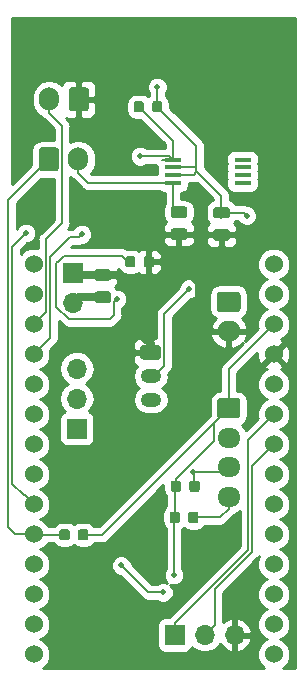
<source format=gbr>
G04 #@! TF.GenerationSoftware,KiCad,Pcbnew,(5.0.1)-rc2*
G04 #@! TF.CreationDate,2019-05-10T17:03:11-07:00*
G04 #@! TF.ProjectId,weatherStation,7765617468657253746174696F6E2E6B,rev?*
G04 #@! TF.SameCoordinates,Original*
G04 #@! TF.FileFunction,Copper,L2,Bot,Signal*
G04 #@! TF.FilePolarity,Positive*
%FSLAX46Y46*%
G04 Gerber Fmt 4.6, Leading zero omitted, Abs format (unit mm)*
G04 Created by KiCad (PCBNEW (5.0.1)-rc2) date 5/10/2019 5:03:11 PM*
%MOMM*%
%LPD*%
G01*
G04 APERTURE LIST*
G04 #@! TA.AperFunction,ComponentPad*
%ADD10O,1.700000X2.000000*%
G04 #@! TD*
G04 #@! TA.AperFunction,Conductor*
%ADD11C,0.100000*%
G04 #@! TD*
G04 #@! TA.AperFunction,ComponentPad*
%ADD12C,1.700000*%
G04 #@! TD*
G04 #@! TA.AperFunction,ComponentPad*
%ADD13O,1.950000X1.700000*%
G04 #@! TD*
G04 #@! TA.AperFunction,SMDPad,CuDef*
%ADD14C,0.975000*%
G04 #@! TD*
G04 #@! TA.AperFunction,ComponentPad*
%ADD15C,1.200000*%
G04 #@! TD*
G04 #@! TA.AperFunction,ComponentPad*
%ADD16O,1.750000X1.200000*%
G04 #@! TD*
G04 #@! TA.AperFunction,ComponentPad*
%ADD17O,2.000000X1.700000*%
G04 #@! TD*
G04 #@! TA.AperFunction,SMDPad,CuDef*
%ADD18C,0.875000*%
G04 #@! TD*
G04 #@! TA.AperFunction,ComponentPad*
%ADD19R,1.700000X1.700000*%
G04 #@! TD*
G04 #@! TA.AperFunction,ComponentPad*
%ADD20O,1.700000X1.700000*%
G04 #@! TD*
G04 #@! TA.AperFunction,SMDPad,CuDef*
%ADD21R,1.450000X0.450000*%
G04 #@! TD*
G04 #@! TA.AperFunction,ComponentPad*
%ADD22C,1.524000*%
G04 #@! TD*
G04 #@! TA.AperFunction,ViaPad*
%ADD23C,0.500000*%
G04 #@! TD*
G04 #@! TA.AperFunction,ViaPad*
%ADD24C,0.800000*%
G04 #@! TD*
G04 #@! TA.AperFunction,Conductor*
%ADD25C,0.700000*%
G04 #@! TD*
G04 #@! TA.AperFunction,Conductor*
%ADD26C,0.250000*%
G04 #@! TD*
G04 #@! TA.AperFunction,Conductor*
%ADD27C,0.160000*%
G04 #@! TD*
G04 #@! TA.AperFunction,Conductor*
%ADD28C,0.254000*%
G04 #@! TD*
G04 APERTURE END LIST*
D10*
G04 #@! TO.P,J1,2*
G04 #@! TO.N,/ANE_Pulse*
X96560000Y-59690000D03*
D11*
G04 #@! TD*
G04 #@! TO.N,GND*
G04 #@! TO.C,J1*
G36*
X99684504Y-58691204D02*
X99708773Y-58694804D01*
X99732571Y-58700765D01*
X99755671Y-58709030D01*
X99777849Y-58719520D01*
X99798893Y-58732133D01*
X99818598Y-58746747D01*
X99836777Y-58763223D01*
X99853253Y-58781402D01*
X99867867Y-58801107D01*
X99880480Y-58822151D01*
X99890970Y-58844329D01*
X99899235Y-58867429D01*
X99905196Y-58891227D01*
X99908796Y-58915496D01*
X99910000Y-58940000D01*
X99910000Y-60440000D01*
X99908796Y-60464504D01*
X99905196Y-60488773D01*
X99899235Y-60512571D01*
X99890970Y-60535671D01*
X99880480Y-60557849D01*
X99867867Y-60578893D01*
X99853253Y-60598598D01*
X99836777Y-60616777D01*
X99818598Y-60633253D01*
X99798893Y-60647867D01*
X99777849Y-60660480D01*
X99755671Y-60670970D01*
X99732571Y-60679235D01*
X99708773Y-60685196D01*
X99684504Y-60688796D01*
X99660000Y-60690000D01*
X98460000Y-60690000D01*
X98435496Y-60688796D01*
X98411227Y-60685196D01*
X98387429Y-60679235D01*
X98364329Y-60670970D01*
X98342151Y-60660480D01*
X98321107Y-60647867D01*
X98301402Y-60633253D01*
X98283223Y-60616777D01*
X98266747Y-60598598D01*
X98252133Y-60578893D01*
X98239520Y-60557849D01*
X98229030Y-60535671D01*
X98220765Y-60512571D01*
X98214804Y-60488773D01*
X98211204Y-60464504D01*
X98210000Y-60440000D01*
X98210000Y-58940000D01*
X98211204Y-58915496D01*
X98214804Y-58891227D01*
X98220765Y-58867429D01*
X98229030Y-58844329D01*
X98239520Y-58822151D01*
X98252133Y-58801107D01*
X98266747Y-58781402D01*
X98283223Y-58763223D01*
X98301402Y-58746747D01*
X98321107Y-58732133D01*
X98342151Y-58719520D01*
X98364329Y-58709030D01*
X98387429Y-58700765D01*
X98411227Y-58694804D01*
X98435496Y-58691204D01*
X98460000Y-58690000D01*
X99660000Y-58690000D01*
X99684504Y-58691204D01*
X99684504Y-58691204D01*
G37*
D12*
G04 #@! TO.P,J1,1*
G04 #@! TO.N,GND*
X99060000Y-59690000D03*
G04 #@! TD*
D11*
G04 #@! TO.N,3V3*
G04 #@! TO.C,U3*
G36*
X112509504Y-84996204D02*
X112533773Y-84999804D01*
X112557571Y-85005765D01*
X112580671Y-85014030D01*
X112602849Y-85024520D01*
X112623893Y-85037133D01*
X112643598Y-85051747D01*
X112661777Y-85068223D01*
X112678253Y-85086402D01*
X112692867Y-85106107D01*
X112705480Y-85127151D01*
X112715970Y-85149329D01*
X112724235Y-85172429D01*
X112730196Y-85196227D01*
X112733796Y-85220496D01*
X112735000Y-85245000D01*
X112735000Y-86445000D01*
X112733796Y-86469504D01*
X112730196Y-86493773D01*
X112724235Y-86517571D01*
X112715970Y-86540671D01*
X112705480Y-86562849D01*
X112692867Y-86583893D01*
X112678253Y-86603598D01*
X112661777Y-86621777D01*
X112643598Y-86638253D01*
X112623893Y-86652867D01*
X112602849Y-86665480D01*
X112580671Y-86675970D01*
X112557571Y-86684235D01*
X112533773Y-86690196D01*
X112509504Y-86693796D01*
X112485000Y-86695000D01*
X111035000Y-86695000D01*
X111010496Y-86693796D01*
X110986227Y-86690196D01*
X110962429Y-86684235D01*
X110939329Y-86675970D01*
X110917151Y-86665480D01*
X110896107Y-86652867D01*
X110876402Y-86638253D01*
X110858223Y-86621777D01*
X110841747Y-86603598D01*
X110827133Y-86583893D01*
X110814520Y-86562849D01*
X110804030Y-86540671D01*
X110795765Y-86517571D01*
X110789804Y-86493773D01*
X110786204Y-86469504D01*
X110785000Y-86445000D01*
X110785000Y-85245000D01*
X110786204Y-85220496D01*
X110789804Y-85196227D01*
X110795765Y-85172429D01*
X110804030Y-85149329D01*
X110814520Y-85127151D01*
X110827133Y-85106107D01*
X110841747Y-85086402D01*
X110858223Y-85068223D01*
X110876402Y-85051747D01*
X110896107Y-85037133D01*
X110917151Y-85024520D01*
X110939329Y-85014030D01*
X110962429Y-85005765D01*
X110986227Y-84999804D01*
X111010496Y-84996204D01*
X111035000Y-84995000D01*
X112485000Y-84995000D01*
X112509504Y-84996204D01*
X112509504Y-84996204D01*
G37*
D12*
G04 #@! TD*
G04 #@! TO.P,U3,1*
G04 #@! TO.N,3V3*
X111760000Y-85845000D03*
D13*
G04 #@! TO.P,U3,2*
G04 #@! TO.N,GND*
X111760000Y-88345000D03*
G04 #@! TO.P,U3,3*
G04 #@! TO.N,I2C_SCL*
X111760000Y-90845000D03*
G04 #@! TO.P,U3,4*
G04 #@! TO.N,I2C_SDA*
X111760000Y-93345000D03*
G04 #@! TD*
D11*
G04 #@! TO.N,3V3*
G04 #@! TO.C,C1*
G36*
X111630542Y-68809474D02*
X111654203Y-68812984D01*
X111677407Y-68818796D01*
X111699929Y-68826854D01*
X111721553Y-68837082D01*
X111742070Y-68849379D01*
X111761283Y-68863629D01*
X111779007Y-68879693D01*
X111795071Y-68897417D01*
X111809321Y-68916630D01*
X111821618Y-68937147D01*
X111831846Y-68958771D01*
X111839904Y-68981293D01*
X111845716Y-69004497D01*
X111849226Y-69028158D01*
X111850400Y-69052050D01*
X111850400Y-69539550D01*
X111849226Y-69563442D01*
X111845716Y-69587103D01*
X111839904Y-69610307D01*
X111831846Y-69632829D01*
X111821618Y-69654453D01*
X111809321Y-69674970D01*
X111795071Y-69694183D01*
X111779007Y-69711907D01*
X111761283Y-69727971D01*
X111742070Y-69742221D01*
X111721553Y-69754518D01*
X111699929Y-69764746D01*
X111677407Y-69772804D01*
X111654203Y-69778616D01*
X111630542Y-69782126D01*
X111606650Y-69783300D01*
X110694150Y-69783300D01*
X110670258Y-69782126D01*
X110646597Y-69778616D01*
X110623393Y-69772804D01*
X110600871Y-69764746D01*
X110579247Y-69754518D01*
X110558730Y-69742221D01*
X110539517Y-69727971D01*
X110521793Y-69711907D01*
X110505729Y-69694183D01*
X110491479Y-69674970D01*
X110479182Y-69654453D01*
X110468954Y-69632829D01*
X110460896Y-69610307D01*
X110455084Y-69587103D01*
X110451574Y-69563442D01*
X110450400Y-69539550D01*
X110450400Y-69052050D01*
X110451574Y-69028158D01*
X110455084Y-69004497D01*
X110460896Y-68981293D01*
X110468954Y-68958771D01*
X110479182Y-68937147D01*
X110491479Y-68916630D01*
X110505729Y-68897417D01*
X110521793Y-68879693D01*
X110539517Y-68863629D01*
X110558730Y-68849379D01*
X110579247Y-68837082D01*
X110600871Y-68826854D01*
X110623393Y-68818796D01*
X110646597Y-68812984D01*
X110670258Y-68809474D01*
X110694150Y-68808300D01*
X111606650Y-68808300D01*
X111630542Y-68809474D01*
X111630542Y-68809474D01*
G37*
D14*
G04 #@! TD*
G04 #@! TO.P,C1,2*
G04 #@! TO.N,3V3*
X111150400Y-69295800D03*
D11*
G04 #@! TO.N,GND*
G04 #@! TO.C,C1*
G36*
X111630542Y-70684474D02*
X111654203Y-70687984D01*
X111677407Y-70693796D01*
X111699929Y-70701854D01*
X111721553Y-70712082D01*
X111742070Y-70724379D01*
X111761283Y-70738629D01*
X111779007Y-70754693D01*
X111795071Y-70772417D01*
X111809321Y-70791630D01*
X111821618Y-70812147D01*
X111831846Y-70833771D01*
X111839904Y-70856293D01*
X111845716Y-70879497D01*
X111849226Y-70903158D01*
X111850400Y-70927050D01*
X111850400Y-71414550D01*
X111849226Y-71438442D01*
X111845716Y-71462103D01*
X111839904Y-71485307D01*
X111831846Y-71507829D01*
X111821618Y-71529453D01*
X111809321Y-71549970D01*
X111795071Y-71569183D01*
X111779007Y-71586907D01*
X111761283Y-71602971D01*
X111742070Y-71617221D01*
X111721553Y-71629518D01*
X111699929Y-71639746D01*
X111677407Y-71647804D01*
X111654203Y-71653616D01*
X111630542Y-71657126D01*
X111606650Y-71658300D01*
X110694150Y-71658300D01*
X110670258Y-71657126D01*
X110646597Y-71653616D01*
X110623393Y-71647804D01*
X110600871Y-71639746D01*
X110579247Y-71629518D01*
X110558730Y-71617221D01*
X110539517Y-71602971D01*
X110521793Y-71586907D01*
X110505729Y-71569183D01*
X110491479Y-71549970D01*
X110479182Y-71529453D01*
X110468954Y-71507829D01*
X110460896Y-71485307D01*
X110455084Y-71462103D01*
X110451574Y-71438442D01*
X110450400Y-71414550D01*
X110450400Y-70927050D01*
X110451574Y-70903158D01*
X110455084Y-70879497D01*
X110460896Y-70856293D01*
X110468954Y-70833771D01*
X110479182Y-70812147D01*
X110491479Y-70791630D01*
X110505729Y-70772417D01*
X110521793Y-70754693D01*
X110539517Y-70738629D01*
X110558730Y-70724379D01*
X110579247Y-70712082D01*
X110600871Y-70701854D01*
X110623393Y-70693796D01*
X110646597Y-70687984D01*
X110670258Y-70684474D01*
X110694150Y-70683300D01*
X111606650Y-70683300D01*
X111630542Y-70684474D01*
X111630542Y-70684474D01*
G37*
D14*
G04 #@! TD*
G04 #@! TO.P,C1,1*
G04 #@! TO.N,GND*
X111150400Y-71170800D03*
D11*
G04 #@! TO.N,GND*
G04 #@! TO.C,C18*
G36*
X108023742Y-70629074D02*
X108047403Y-70632584D01*
X108070607Y-70638396D01*
X108093129Y-70646454D01*
X108114753Y-70656682D01*
X108135270Y-70668979D01*
X108154483Y-70683229D01*
X108172207Y-70699293D01*
X108188271Y-70717017D01*
X108202521Y-70736230D01*
X108214818Y-70756747D01*
X108225046Y-70778371D01*
X108233104Y-70800893D01*
X108238916Y-70824097D01*
X108242426Y-70847758D01*
X108243600Y-70871650D01*
X108243600Y-71359150D01*
X108242426Y-71383042D01*
X108238916Y-71406703D01*
X108233104Y-71429907D01*
X108225046Y-71452429D01*
X108214818Y-71474053D01*
X108202521Y-71494570D01*
X108188271Y-71513783D01*
X108172207Y-71531507D01*
X108154483Y-71547571D01*
X108135270Y-71561821D01*
X108114753Y-71574118D01*
X108093129Y-71584346D01*
X108070607Y-71592404D01*
X108047403Y-71598216D01*
X108023742Y-71601726D01*
X107999850Y-71602900D01*
X107087350Y-71602900D01*
X107063458Y-71601726D01*
X107039797Y-71598216D01*
X107016593Y-71592404D01*
X106994071Y-71584346D01*
X106972447Y-71574118D01*
X106951930Y-71561821D01*
X106932717Y-71547571D01*
X106914993Y-71531507D01*
X106898929Y-71513783D01*
X106884679Y-71494570D01*
X106872382Y-71474053D01*
X106862154Y-71452429D01*
X106854096Y-71429907D01*
X106848284Y-71406703D01*
X106844774Y-71383042D01*
X106843600Y-71359150D01*
X106843600Y-70871650D01*
X106844774Y-70847758D01*
X106848284Y-70824097D01*
X106854096Y-70800893D01*
X106862154Y-70778371D01*
X106872382Y-70756747D01*
X106884679Y-70736230D01*
X106898929Y-70717017D01*
X106914993Y-70699293D01*
X106932717Y-70683229D01*
X106951930Y-70668979D01*
X106972447Y-70656682D01*
X106994071Y-70646454D01*
X107016593Y-70638396D01*
X107039797Y-70632584D01*
X107063458Y-70629074D01*
X107087350Y-70627900D01*
X107999850Y-70627900D01*
X108023742Y-70629074D01*
X108023742Y-70629074D01*
G37*
D14*
G04 #@! TD*
G04 #@! TO.P,C18,1*
G04 #@! TO.N,GND*
X107543600Y-71115400D03*
D11*
G04 #@! TO.N,/ANE_Vcc*
G04 #@! TO.C,C18*
G36*
X108023742Y-68754074D02*
X108047403Y-68757584D01*
X108070607Y-68763396D01*
X108093129Y-68771454D01*
X108114753Y-68781682D01*
X108135270Y-68793979D01*
X108154483Y-68808229D01*
X108172207Y-68824293D01*
X108188271Y-68842017D01*
X108202521Y-68861230D01*
X108214818Y-68881747D01*
X108225046Y-68903371D01*
X108233104Y-68925893D01*
X108238916Y-68949097D01*
X108242426Y-68972758D01*
X108243600Y-68996650D01*
X108243600Y-69484150D01*
X108242426Y-69508042D01*
X108238916Y-69531703D01*
X108233104Y-69554907D01*
X108225046Y-69577429D01*
X108214818Y-69599053D01*
X108202521Y-69619570D01*
X108188271Y-69638783D01*
X108172207Y-69656507D01*
X108154483Y-69672571D01*
X108135270Y-69686821D01*
X108114753Y-69699118D01*
X108093129Y-69709346D01*
X108070607Y-69717404D01*
X108047403Y-69723216D01*
X108023742Y-69726726D01*
X107999850Y-69727900D01*
X107087350Y-69727900D01*
X107063458Y-69726726D01*
X107039797Y-69723216D01*
X107016593Y-69717404D01*
X106994071Y-69709346D01*
X106972447Y-69699118D01*
X106951930Y-69686821D01*
X106932717Y-69672571D01*
X106914993Y-69656507D01*
X106898929Y-69638783D01*
X106884679Y-69619570D01*
X106872382Y-69599053D01*
X106862154Y-69577429D01*
X106854096Y-69554907D01*
X106848284Y-69531703D01*
X106844774Y-69508042D01*
X106843600Y-69484150D01*
X106843600Y-68996650D01*
X106844774Y-68972758D01*
X106848284Y-68949097D01*
X106854096Y-68925893D01*
X106862154Y-68903371D01*
X106872382Y-68881747D01*
X106884679Y-68861230D01*
X106898929Y-68842017D01*
X106914993Y-68824293D01*
X106932717Y-68808229D01*
X106951930Y-68793979D01*
X106972447Y-68781682D01*
X106994071Y-68771454D01*
X107016593Y-68763396D01*
X107039797Y-68757584D01*
X107063458Y-68754074D01*
X107087350Y-68752900D01*
X107999850Y-68752900D01*
X108023742Y-68754074D01*
X108023742Y-68754074D01*
G37*
D14*
G04 #@! TD*
G04 #@! TO.P,C18,2*
G04 #@! TO.N,/ANE_Vcc*
X107543600Y-69240400D03*
D11*
G04 #@! TO.N,GND*
G04 #@! TO.C,J2*
G36*
X105805505Y-80528804D02*
X105829773Y-80532404D01*
X105853572Y-80538365D01*
X105876671Y-80546630D01*
X105898850Y-80557120D01*
X105919893Y-80569732D01*
X105939599Y-80584347D01*
X105957777Y-80600823D01*
X105974253Y-80619001D01*
X105988868Y-80638707D01*
X106001480Y-80659750D01*
X106011970Y-80681929D01*
X106020235Y-80705028D01*
X106026196Y-80728827D01*
X106029796Y-80753095D01*
X106031000Y-80777599D01*
X106031000Y-81477601D01*
X106029796Y-81502105D01*
X106026196Y-81526373D01*
X106020235Y-81550172D01*
X106011970Y-81573271D01*
X106001480Y-81595450D01*
X105988868Y-81616493D01*
X105974253Y-81636199D01*
X105957777Y-81654377D01*
X105939599Y-81670853D01*
X105919893Y-81685468D01*
X105898850Y-81698080D01*
X105876671Y-81708570D01*
X105853572Y-81716835D01*
X105829773Y-81722796D01*
X105805505Y-81726396D01*
X105781001Y-81727600D01*
X104530999Y-81727600D01*
X104506495Y-81726396D01*
X104482227Y-81722796D01*
X104458428Y-81716835D01*
X104435329Y-81708570D01*
X104413150Y-81698080D01*
X104392107Y-81685468D01*
X104372401Y-81670853D01*
X104354223Y-81654377D01*
X104337747Y-81636199D01*
X104323132Y-81616493D01*
X104310520Y-81595450D01*
X104300030Y-81573271D01*
X104291765Y-81550172D01*
X104285804Y-81526373D01*
X104282204Y-81502105D01*
X104281000Y-81477601D01*
X104281000Y-80777599D01*
X104282204Y-80753095D01*
X104285804Y-80728827D01*
X104291765Y-80705028D01*
X104300030Y-80681929D01*
X104310520Y-80659750D01*
X104323132Y-80638707D01*
X104337747Y-80619001D01*
X104354223Y-80600823D01*
X104372401Y-80584347D01*
X104392107Y-80569732D01*
X104413150Y-80557120D01*
X104435329Y-80546630D01*
X104458428Y-80538365D01*
X104482227Y-80532404D01*
X104506495Y-80528804D01*
X104530999Y-80527600D01*
X105781001Y-80527600D01*
X105805505Y-80528804D01*
X105805505Y-80528804D01*
G37*
D15*
G04 #@! TD*
G04 #@! TO.P,J2,1*
G04 #@! TO.N,GND*
X105156000Y-81127600D03*
D16*
G04 #@! TO.P,J2,2*
G04 #@! TO.N,/Sheet5C1E5C91/NTC*
X105156000Y-83127600D03*
G04 #@! TO.P,J2,3*
G04 #@! TO.N,/Sheet5C1E5C91/Batt_int*
X105156000Y-85127600D03*
G04 #@! TD*
D11*
G04 #@! TO.N,/Sheet5C1E5C91/Solar+*
G04 #@! TO.C,J5*
G36*
X112534504Y-75986204D02*
X112558773Y-75989804D01*
X112582571Y-75995765D01*
X112605671Y-76004030D01*
X112627849Y-76014520D01*
X112648893Y-76027133D01*
X112668598Y-76041747D01*
X112686777Y-76058223D01*
X112703253Y-76076402D01*
X112717867Y-76096107D01*
X112730480Y-76117151D01*
X112740970Y-76139329D01*
X112749235Y-76162429D01*
X112755196Y-76186227D01*
X112758796Y-76210496D01*
X112760000Y-76235000D01*
X112760000Y-77435000D01*
X112758796Y-77459504D01*
X112755196Y-77483773D01*
X112749235Y-77507571D01*
X112740970Y-77530671D01*
X112730480Y-77552849D01*
X112717867Y-77573893D01*
X112703253Y-77593598D01*
X112686777Y-77611777D01*
X112668598Y-77628253D01*
X112648893Y-77642867D01*
X112627849Y-77655480D01*
X112605671Y-77665970D01*
X112582571Y-77674235D01*
X112558773Y-77680196D01*
X112534504Y-77683796D01*
X112510000Y-77685000D01*
X111010000Y-77685000D01*
X110985496Y-77683796D01*
X110961227Y-77680196D01*
X110937429Y-77674235D01*
X110914329Y-77665970D01*
X110892151Y-77655480D01*
X110871107Y-77642867D01*
X110851402Y-77628253D01*
X110833223Y-77611777D01*
X110816747Y-77593598D01*
X110802133Y-77573893D01*
X110789520Y-77552849D01*
X110779030Y-77530671D01*
X110770765Y-77507571D01*
X110764804Y-77483773D01*
X110761204Y-77459504D01*
X110760000Y-77435000D01*
X110760000Y-76235000D01*
X110761204Y-76210496D01*
X110764804Y-76186227D01*
X110770765Y-76162429D01*
X110779030Y-76139329D01*
X110789520Y-76117151D01*
X110802133Y-76096107D01*
X110816747Y-76076402D01*
X110833223Y-76058223D01*
X110851402Y-76041747D01*
X110871107Y-76027133D01*
X110892151Y-76014520D01*
X110914329Y-76004030D01*
X110937429Y-75995765D01*
X110961227Y-75989804D01*
X110985496Y-75986204D01*
X111010000Y-75985000D01*
X112510000Y-75985000D01*
X112534504Y-75986204D01*
X112534504Y-75986204D01*
G37*
D12*
G04 #@! TD*
G04 #@! TO.P,J5,1*
G04 #@! TO.N,/Sheet5C1E5C91/Solar+*
X111760000Y-76835000D03*
D17*
G04 #@! TO.P,J5,2*
G04 #@! TO.N,GND*
X111760000Y-79335000D03*
G04 #@! TD*
D11*
G04 #@! TO.N,/ANE_Vcc_EN*
G04 #@! TO.C,R13*
G36*
X104380191Y-59851053D02*
X104401426Y-59854203D01*
X104422250Y-59859419D01*
X104442462Y-59866651D01*
X104461868Y-59875830D01*
X104480281Y-59886866D01*
X104497524Y-59899654D01*
X104513430Y-59914070D01*
X104527846Y-59929976D01*
X104540634Y-59947219D01*
X104551670Y-59965632D01*
X104560849Y-59985038D01*
X104568081Y-60005250D01*
X104573297Y-60026074D01*
X104576447Y-60047309D01*
X104577500Y-60068750D01*
X104577500Y-60581250D01*
X104576447Y-60602691D01*
X104573297Y-60623926D01*
X104568081Y-60644750D01*
X104560849Y-60664962D01*
X104551670Y-60684368D01*
X104540634Y-60702781D01*
X104527846Y-60720024D01*
X104513430Y-60735930D01*
X104497524Y-60750346D01*
X104480281Y-60763134D01*
X104461868Y-60774170D01*
X104442462Y-60783349D01*
X104422250Y-60790581D01*
X104401426Y-60795797D01*
X104380191Y-60798947D01*
X104358750Y-60800000D01*
X103921250Y-60800000D01*
X103899809Y-60798947D01*
X103878574Y-60795797D01*
X103857750Y-60790581D01*
X103837538Y-60783349D01*
X103818132Y-60774170D01*
X103799719Y-60763134D01*
X103782476Y-60750346D01*
X103766570Y-60735930D01*
X103752154Y-60720024D01*
X103739366Y-60702781D01*
X103728330Y-60684368D01*
X103719151Y-60664962D01*
X103711919Y-60644750D01*
X103706703Y-60623926D01*
X103703553Y-60602691D01*
X103702500Y-60581250D01*
X103702500Y-60068750D01*
X103703553Y-60047309D01*
X103706703Y-60026074D01*
X103711919Y-60005250D01*
X103719151Y-59985038D01*
X103728330Y-59965632D01*
X103739366Y-59947219D01*
X103752154Y-59929976D01*
X103766570Y-59914070D01*
X103782476Y-59899654D01*
X103799719Y-59886866D01*
X103818132Y-59875830D01*
X103837538Y-59866651D01*
X103857750Y-59859419D01*
X103878574Y-59854203D01*
X103899809Y-59851053D01*
X103921250Y-59850000D01*
X104358750Y-59850000D01*
X104380191Y-59851053D01*
X104380191Y-59851053D01*
G37*
D18*
G04 #@! TD*
G04 #@! TO.P,R13,2*
G04 #@! TO.N,/ANE_Vcc_EN*
X104140000Y-60325000D03*
D11*
G04 #@! TO.N,3V3*
G04 #@! TO.C,R13*
G36*
X105955191Y-59851053D02*
X105976426Y-59854203D01*
X105997250Y-59859419D01*
X106017462Y-59866651D01*
X106036868Y-59875830D01*
X106055281Y-59886866D01*
X106072524Y-59899654D01*
X106088430Y-59914070D01*
X106102846Y-59929976D01*
X106115634Y-59947219D01*
X106126670Y-59965632D01*
X106135849Y-59985038D01*
X106143081Y-60005250D01*
X106148297Y-60026074D01*
X106151447Y-60047309D01*
X106152500Y-60068750D01*
X106152500Y-60581250D01*
X106151447Y-60602691D01*
X106148297Y-60623926D01*
X106143081Y-60644750D01*
X106135849Y-60664962D01*
X106126670Y-60684368D01*
X106115634Y-60702781D01*
X106102846Y-60720024D01*
X106088430Y-60735930D01*
X106072524Y-60750346D01*
X106055281Y-60763134D01*
X106036868Y-60774170D01*
X106017462Y-60783349D01*
X105997250Y-60790581D01*
X105976426Y-60795797D01*
X105955191Y-60798947D01*
X105933750Y-60800000D01*
X105496250Y-60800000D01*
X105474809Y-60798947D01*
X105453574Y-60795797D01*
X105432750Y-60790581D01*
X105412538Y-60783349D01*
X105393132Y-60774170D01*
X105374719Y-60763134D01*
X105357476Y-60750346D01*
X105341570Y-60735930D01*
X105327154Y-60720024D01*
X105314366Y-60702781D01*
X105303330Y-60684368D01*
X105294151Y-60664962D01*
X105286919Y-60644750D01*
X105281703Y-60623926D01*
X105278553Y-60602691D01*
X105277500Y-60581250D01*
X105277500Y-60068750D01*
X105278553Y-60047309D01*
X105281703Y-60026074D01*
X105286919Y-60005250D01*
X105294151Y-59985038D01*
X105303330Y-59965632D01*
X105314366Y-59947219D01*
X105327154Y-59929976D01*
X105341570Y-59914070D01*
X105357476Y-59899654D01*
X105374719Y-59886866D01*
X105393132Y-59875830D01*
X105412538Y-59866651D01*
X105432750Y-59859419D01*
X105453574Y-59854203D01*
X105474809Y-59851053D01*
X105496250Y-59850000D01*
X105933750Y-59850000D01*
X105955191Y-59851053D01*
X105955191Y-59851053D01*
G37*
D18*
G04 #@! TD*
G04 #@! TO.P,R13,1*
G04 #@! TO.N,3V3*
X105715000Y-60325000D03*
D11*
G04 #@! TO.N,3V3*
G04 #@! TO.C,R14*
G36*
X107529591Y-91982053D02*
X107550826Y-91985203D01*
X107571650Y-91990419D01*
X107591862Y-91997651D01*
X107611268Y-92006830D01*
X107629681Y-92017866D01*
X107646924Y-92030654D01*
X107662830Y-92045070D01*
X107677246Y-92060976D01*
X107690034Y-92078219D01*
X107701070Y-92096632D01*
X107710249Y-92116038D01*
X107717481Y-92136250D01*
X107722697Y-92157074D01*
X107725847Y-92178309D01*
X107726900Y-92199750D01*
X107726900Y-92712250D01*
X107725847Y-92733691D01*
X107722697Y-92754926D01*
X107717481Y-92775750D01*
X107710249Y-92795962D01*
X107701070Y-92815368D01*
X107690034Y-92833781D01*
X107677246Y-92851024D01*
X107662830Y-92866930D01*
X107646924Y-92881346D01*
X107629681Y-92894134D01*
X107611268Y-92905170D01*
X107591862Y-92914349D01*
X107571650Y-92921581D01*
X107550826Y-92926797D01*
X107529591Y-92929947D01*
X107508150Y-92931000D01*
X107070650Y-92931000D01*
X107049209Y-92929947D01*
X107027974Y-92926797D01*
X107007150Y-92921581D01*
X106986938Y-92914349D01*
X106967532Y-92905170D01*
X106949119Y-92894134D01*
X106931876Y-92881346D01*
X106915970Y-92866930D01*
X106901554Y-92851024D01*
X106888766Y-92833781D01*
X106877730Y-92815368D01*
X106868551Y-92795962D01*
X106861319Y-92775750D01*
X106856103Y-92754926D01*
X106852953Y-92733691D01*
X106851900Y-92712250D01*
X106851900Y-92199750D01*
X106852953Y-92178309D01*
X106856103Y-92157074D01*
X106861319Y-92136250D01*
X106868551Y-92116038D01*
X106877730Y-92096632D01*
X106888766Y-92078219D01*
X106901554Y-92060976D01*
X106915970Y-92045070D01*
X106931876Y-92030654D01*
X106949119Y-92017866D01*
X106967532Y-92006830D01*
X106986938Y-91997651D01*
X107007150Y-91990419D01*
X107027974Y-91985203D01*
X107049209Y-91982053D01*
X107070650Y-91981000D01*
X107508150Y-91981000D01*
X107529591Y-91982053D01*
X107529591Y-91982053D01*
G37*
D18*
G04 #@! TD*
G04 #@! TO.P,R14,1*
G04 #@! TO.N,3V3*
X107289400Y-92456000D03*
D11*
G04 #@! TO.N,I2C_SCL*
G04 #@! TO.C,R14*
G36*
X109104591Y-91982053D02*
X109125826Y-91985203D01*
X109146650Y-91990419D01*
X109166862Y-91997651D01*
X109186268Y-92006830D01*
X109204681Y-92017866D01*
X109221924Y-92030654D01*
X109237830Y-92045070D01*
X109252246Y-92060976D01*
X109265034Y-92078219D01*
X109276070Y-92096632D01*
X109285249Y-92116038D01*
X109292481Y-92136250D01*
X109297697Y-92157074D01*
X109300847Y-92178309D01*
X109301900Y-92199750D01*
X109301900Y-92712250D01*
X109300847Y-92733691D01*
X109297697Y-92754926D01*
X109292481Y-92775750D01*
X109285249Y-92795962D01*
X109276070Y-92815368D01*
X109265034Y-92833781D01*
X109252246Y-92851024D01*
X109237830Y-92866930D01*
X109221924Y-92881346D01*
X109204681Y-92894134D01*
X109186268Y-92905170D01*
X109166862Y-92914349D01*
X109146650Y-92921581D01*
X109125826Y-92926797D01*
X109104591Y-92929947D01*
X109083150Y-92931000D01*
X108645650Y-92931000D01*
X108624209Y-92929947D01*
X108602974Y-92926797D01*
X108582150Y-92921581D01*
X108561938Y-92914349D01*
X108542532Y-92905170D01*
X108524119Y-92894134D01*
X108506876Y-92881346D01*
X108490970Y-92866930D01*
X108476554Y-92851024D01*
X108463766Y-92833781D01*
X108452730Y-92815368D01*
X108443551Y-92795962D01*
X108436319Y-92775750D01*
X108431103Y-92754926D01*
X108427953Y-92733691D01*
X108426900Y-92712250D01*
X108426900Y-92199750D01*
X108427953Y-92178309D01*
X108431103Y-92157074D01*
X108436319Y-92136250D01*
X108443551Y-92116038D01*
X108452730Y-92096632D01*
X108463766Y-92078219D01*
X108476554Y-92060976D01*
X108490970Y-92045070D01*
X108506876Y-92030654D01*
X108524119Y-92017866D01*
X108542532Y-92006830D01*
X108561938Y-91997651D01*
X108582150Y-91990419D01*
X108602974Y-91985203D01*
X108624209Y-91982053D01*
X108645650Y-91981000D01*
X109083150Y-91981000D01*
X109104591Y-91982053D01*
X109104591Y-91982053D01*
G37*
D18*
G04 #@! TD*
G04 #@! TO.P,R14,2*
G04 #@! TO.N,I2C_SCL*
X108864400Y-92456000D03*
D11*
G04 #@! TO.N,I2C_SDA*
G04 #@! TO.C,R15*
G36*
X109002991Y-94623653D02*
X109024226Y-94626803D01*
X109045050Y-94632019D01*
X109065262Y-94639251D01*
X109084668Y-94648430D01*
X109103081Y-94659466D01*
X109120324Y-94672254D01*
X109136230Y-94686670D01*
X109150646Y-94702576D01*
X109163434Y-94719819D01*
X109174470Y-94738232D01*
X109183649Y-94757638D01*
X109190881Y-94777850D01*
X109196097Y-94798674D01*
X109199247Y-94819909D01*
X109200300Y-94841350D01*
X109200300Y-95353850D01*
X109199247Y-95375291D01*
X109196097Y-95396526D01*
X109190881Y-95417350D01*
X109183649Y-95437562D01*
X109174470Y-95456968D01*
X109163434Y-95475381D01*
X109150646Y-95492624D01*
X109136230Y-95508530D01*
X109120324Y-95522946D01*
X109103081Y-95535734D01*
X109084668Y-95546770D01*
X109065262Y-95555949D01*
X109045050Y-95563181D01*
X109024226Y-95568397D01*
X109002991Y-95571547D01*
X108981550Y-95572600D01*
X108544050Y-95572600D01*
X108522609Y-95571547D01*
X108501374Y-95568397D01*
X108480550Y-95563181D01*
X108460338Y-95555949D01*
X108440932Y-95546770D01*
X108422519Y-95535734D01*
X108405276Y-95522946D01*
X108389370Y-95508530D01*
X108374954Y-95492624D01*
X108362166Y-95475381D01*
X108351130Y-95456968D01*
X108341951Y-95437562D01*
X108334719Y-95417350D01*
X108329503Y-95396526D01*
X108326353Y-95375291D01*
X108325300Y-95353850D01*
X108325300Y-94841350D01*
X108326353Y-94819909D01*
X108329503Y-94798674D01*
X108334719Y-94777850D01*
X108341951Y-94757638D01*
X108351130Y-94738232D01*
X108362166Y-94719819D01*
X108374954Y-94702576D01*
X108389370Y-94686670D01*
X108405276Y-94672254D01*
X108422519Y-94659466D01*
X108440932Y-94648430D01*
X108460338Y-94639251D01*
X108480550Y-94632019D01*
X108501374Y-94626803D01*
X108522609Y-94623653D01*
X108544050Y-94622600D01*
X108981550Y-94622600D01*
X109002991Y-94623653D01*
X109002991Y-94623653D01*
G37*
D18*
G04 #@! TD*
G04 #@! TO.P,R15,2*
G04 #@! TO.N,I2C_SDA*
X108762800Y-95097600D03*
D11*
G04 #@! TO.N,3V3*
G04 #@! TO.C,R15*
G36*
X107427991Y-94623653D02*
X107449226Y-94626803D01*
X107470050Y-94632019D01*
X107490262Y-94639251D01*
X107509668Y-94648430D01*
X107528081Y-94659466D01*
X107545324Y-94672254D01*
X107561230Y-94686670D01*
X107575646Y-94702576D01*
X107588434Y-94719819D01*
X107599470Y-94738232D01*
X107608649Y-94757638D01*
X107615881Y-94777850D01*
X107621097Y-94798674D01*
X107624247Y-94819909D01*
X107625300Y-94841350D01*
X107625300Y-95353850D01*
X107624247Y-95375291D01*
X107621097Y-95396526D01*
X107615881Y-95417350D01*
X107608649Y-95437562D01*
X107599470Y-95456968D01*
X107588434Y-95475381D01*
X107575646Y-95492624D01*
X107561230Y-95508530D01*
X107545324Y-95522946D01*
X107528081Y-95535734D01*
X107509668Y-95546770D01*
X107490262Y-95555949D01*
X107470050Y-95563181D01*
X107449226Y-95568397D01*
X107427991Y-95571547D01*
X107406550Y-95572600D01*
X106969050Y-95572600D01*
X106947609Y-95571547D01*
X106926374Y-95568397D01*
X106905550Y-95563181D01*
X106885338Y-95555949D01*
X106865932Y-95546770D01*
X106847519Y-95535734D01*
X106830276Y-95522946D01*
X106814370Y-95508530D01*
X106799954Y-95492624D01*
X106787166Y-95475381D01*
X106776130Y-95456968D01*
X106766951Y-95437562D01*
X106759719Y-95417350D01*
X106754503Y-95396526D01*
X106751353Y-95375291D01*
X106750300Y-95353850D01*
X106750300Y-94841350D01*
X106751353Y-94819909D01*
X106754503Y-94798674D01*
X106759719Y-94777850D01*
X106766951Y-94757638D01*
X106776130Y-94738232D01*
X106787166Y-94719819D01*
X106799954Y-94702576D01*
X106814370Y-94686670D01*
X106830276Y-94672254D01*
X106847519Y-94659466D01*
X106865932Y-94648430D01*
X106885338Y-94639251D01*
X106905550Y-94632019D01*
X106926374Y-94626803D01*
X106947609Y-94623653D01*
X106969050Y-94622600D01*
X107406550Y-94622600D01*
X107427991Y-94623653D01*
X107427991Y-94623653D01*
G37*
D18*
G04 #@! TD*
G04 #@! TO.P,R15,1*
G04 #@! TO.N,3V3*
X107187800Y-95097600D03*
D11*
G04 #@! TO.N,3V3*
G04 #@! TO.C,R25*
G36*
X99681291Y-96096853D02*
X99702526Y-96100003D01*
X99723350Y-96105219D01*
X99743562Y-96112451D01*
X99762968Y-96121630D01*
X99781381Y-96132666D01*
X99798624Y-96145454D01*
X99814530Y-96159870D01*
X99828946Y-96175776D01*
X99841734Y-96193019D01*
X99852770Y-96211432D01*
X99861949Y-96230838D01*
X99869181Y-96251050D01*
X99874397Y-96271874D01*
X99877547Y-96293109D01*
X99878600Y-96314550D01*
X99878600Y-96827050D01*
X99877547Y-96848491D01*
X99874397Y-96869726D01*
X99869181Y-96890550D01*
X99861949Y-96910762D01*
X99852770Y-96930168D01*
X99841734Y-96948581D01*
X99828946Y-96965824D01*
X99814530Y-96981730D01*
X99798624Y-96996146D01*
X99781381Y-97008934D01*
X99762968Y-97019970D01*
X99743562Y-97029149D01*
X99723350Y-97036381D01*
X99702526Y-97041597D01*
X99681291Y-97044747D01*
X99659850Y-97045800D01*
X99222350Y-97045800D01*
X99200909Y-97044747D01*
X99179674Y-97041597D01*
X99158850Y-97036381D01*
X99138638Y-97029149D01*
X99119232Y-97019970D01*
X99100819Y-97008934D01*
X99083576Y-96996146D01*
X99067670Y-96981730D01*
X99053254Y-96965824D01*
X99040466Y-96948581D01*
X99029430Y-96930168D01*
X99020251Y-96910762D01*
X99013019Y-96890550D01*
X99007803Y-96869726D01*
X99004653Y-96848491D01*
X99003600Y-96827050D01*
X99003600Y-96314550D01*
X99004653Y-96293109D01*
X99007803Y-96271874D01*
X99013019Y-96251050D01*
X99020251Y-96230838D01*
X99029430Y-96211432D01*
X99040466Y-96193019D01*
X99053254Y-96175776D01*
X99067670Y-96159870D01*
X99083576Y-96145454D01*
X99100819Y-96132666D01*
X99119232Y-96121630D01*
X99138638Y-96112451D01*
X99158850Y-96105219D01*
X99179674Y-96100003D01*
X99200909Y-96096853D01*
X99222350Y-96095800D01*
X99659850Y-96095800D01*
X99681291Y-96096853D01*
X99681291Y-96096853D01*
G37*
D18*
G04 #@! TD*
G04 #@! TO.P,R25,1*
G04 #@! TO.N,3V3*
X99441100Y-96570800D03*
D11*
G04 #@! TO.N,/ANE_Tx*
G04 #@! TO.C,R25*
G36*
X98106291Y-96096853D02*
X98127526Y-96100003D01*
X98148350Y-96105219D01*
X98168562Y-96112451D01*
X98187968Y-96121630D01*
X98206381Y-96132666D01*
X98223624Y-96145454D01*
X98239530Y-96159870D01*
X98253946Y-96175776D01*
X98266734Y-96193019D01*
X98277770Y-96211432D01*
X98286949Y-96230838D01*
X98294181Y-96251050D01*
X98299397Y-96271874D01*
X98302547Y-96293109D01*
X98303600Y-96314550D01*
X98303600Y-96827050D01*
X98302547Y-96848491D01*
X98299397Y-96869726D01*
X98294181Y-96890550D01*
X98286949Y-96910762D01*
X98277770Y-96930168D01*
X98266734Y-96948581D01*
X98253946Y-96965824D01*
X98239530Y-96981730D01*
X98223624Y-96996146D01*
X98206381Y-97008934D01*
X98187968Y-97019970D01*
X98168562Y-97029149D01*
X98148350Y-97036381D01*
X98127526Y-97041597D01*
X98106291Y-97044747D01*
X98084850Y-97045800D01*
X97647350Y-97045800D01*
X97625909Y-97044747D01*
X97604674Y-97041597D01*
X97583850Y-97036381D01*
X97563638Y-97029149D01*
X97544232Y-97019970D01*
X97525819Y-97008934D01*
X97508576Y-96996146D01*
X97492670Y-96981730D01*
X97478254Y-96965824D01*
X97465466Y-96948581D01*
X97454430Y-96930168D01*
X97445251Y-96910762D01*
X97438019Y-96890550D01*
X97432803Y-96869726D01*
X97429653Y-96848491D01*
X97428600Y-96827050D01*
X97428600Y-96314550D01*
X97429653Y-96293109D01*
X97432803Y-96271874D01*
X97438019Y-96251050D01*
X97445251Y-96230838D01*
X97454430Y-96211432D01*
X97465466Y-96193019D01*
X97478254Y-96175776D01*
X97492670Y-96159870D01*
X97508576Y-96145454D01*
X97525819Y-96132666D01*
X97544232Y-96121630D01*
X97563638Y-96112451D01*
X97583850Y-96105219D01*
X97604674Y-96100003D01*
X97625909Y-96096853D01*
X97647350Y-96095800D01*
X98084850Y-96095800D01*
X98106291Y-96096853D01*
X98106291Y-96096853D01*
G37*
D18*
G04 #@! TD*
G04 #@! TO.P,R25,2*
G04 #@! TO.N,/ANE_Tx*
X97866100Y-96570800D03*
D19*
G04 #@! TO.P,SW2,1*
G04 #@! TO.N,Net-(SW2-Pad1)*
X98907600Y-87579200D03*
D20*
G04 #@! TO.P,SW2,2*
G04 #@! TO.N,/Sheet5C1E5C91/Batt_int*
X98907600Y-85039200D03*
G04 #@! TO.P,SW2,3*
G04 #@! TO.N,/Sheet5C1E5C91/Batt+*
X98907600Y-82499200D03*
G04 #@! TD*
D21*
G04 #@! TO.P,U4,1*
G04 #@! TO.N,/ANE_Vcc*
X107032000Y-66761000D03*
G04 #@! TO.P,U4,2*
G04 #@! TO.N,3V3*
X107032000Y-66111000D03*
G04 #@! TO.P,U4,3*
X107032000Y-65461000D03*
G04 #@! TO.P,U4,4*
G04 #@! TO.N,/ANE_Vcc_EN*
X107032000Y-64811000D03*
G04 #@! TO.P,U4,5*
G04 #@! TO.N,Net-(U4-Pad5)*
X112932000Y-64811000D03*
G04 #@! TO.P,U4,6*
G04 #@! TO.N,Net-(U4-Pad6)*
X112932000Y-65461000D03*
G04 #@! TO.P,U4,7*
G04 #@! TO.N,Net-(U4-Pad7)*
X112932000Y-66111000D03*
G04 #@! TO.P,U4,8*
G04 #@! TO.N,Net-(U4-Pad8)*
X112932000Y-66761000D03*
G04 #@! TD*
D19*
G04 #@! TO.P,J3,1*
G04 #@! TO.N,GND*
X98552000Y-74422000D03*
D20*
G04 #@! TO.P,J3,2*
G04 #@! TO.N,/Sheet5C1E5C91/Batt+*
X98552000Y-76962000D03*
G04 #@! TD*
D11*
G04 #@! TO.N,Net-(R12-Pad1)*
G04 #@! TO.C,R12*
G36*
X103668791Y-72982853D02*
X103690026Y-72986003D01*
X103710850Y-72991219D01*
X103731062Y-72998451D01*
X103750468Y-73007630D01*
X103768881Y-73018666D01*
X103786124Y-73031454D01*
X103802030Y-73045870D01*
X103816446Y-73061776D01*
X103829234Y-73079019D01*
X103840270Y-73097432D01*
X103849449Y-73116838D01*
X103856681Y-73137050D01*
X103861897Y-73157874D01*
X103865047Y-73179109D01*
X103866100Y-73200550D01*
X103866100Y-73713050D01*
X103865047Y-73734491D01*
X103861897Y-73755726D01*
X103856681Y-73776550D01*
X103849449Y-73796762D01*
X103840270Y-73816168D01*
X103829234Y-73834581D01*
X103816446Y-73851824D01*
X103802030Y-73867730D01*
X103786124Y-73882146D01*
X103768881Y-73894934D01*
X103750468Y-73905970D01*
X103731062Y-73915149D01*
X103710850Y-73922381D01*
X103690026Y-73927597D01*
X103668791Y-73930747D01*
X103647350Y-73931800D01*
X103209850Y-73931800D01*
X103188409Y-73930747D01*
X103167174Y-73927597D01*
X103146350Y-73922381D01*
X103126138Y-73915149D01*
X103106732Y-73905970D01*
X103088319Y-73894934D01*
X103071076Y-73882146D01*
X103055170Y-73867730D01*
X103040754Y-73851824D01*
X103027966Y-73834581D01*
X103016930Y-73816168D01*
X103007751Y-73796762D01*
X103000519Y-73776550D01*
X102995303Y-73755726D01*
X102992153Y-73734491D01*
X102991100Y-73713050D01*
X102991100Y-73200550D01*
X102992153Y-73179109D01*
X102995303Y-73157874D01*
X103000519Y-73137050D01*
X103007751Y-73116838D01*
X103016930Y-73097432D01*
X103027966Y-73079019D01*
X103040754Y-73061776D01*
X103055170Y-73045870D01*
X103071076Y-73031454D01*
X103088319Y-73018666D01*
X103106732Y-73007630D01*
X103126138Y-72998451D01*
X103146350Y-72991219D01*
X103167174Y-72986003D01*
X103188409Y-72982853D01*
X103209850Y-72981800D01*
X103647350Y-72981800D01*
X103668791Y-72982853D01*
X103668791Y-72982853D01*
G37*
D18*
G04 #@! TD*
G04 #@! TO.P,R12,1*
G04 #@! TO.N,Net-(R12-Pad1)*
X103428600Y-73456800D03*
D11*
G04 #@! TO.N,GND*
G04 #@! TO.C,R12*
G36*
X105243791Y-72982853D02*
X105265026Y-72986003D01*
X105285850Y-72991219D01*
X105306062Y-72998451D01*
X105325468Y-73007630D01*
X105343881Y-73018666D01*
X105361124Y-73031454D01*
X105377030Y-73045870D01*
X105391446Y-73061776D01*
X105404234Y-73079019D01*
X105415270Y-73097432D01*
X105424449Y-73116838D01*
X105431681Y-73137050D01*
X105436897Y-73157874D01*
X105440047Y-73179109D01*
X105441100Y-73200550D01*
X105441100Y-73713050D01*
X105440047Y-73734491D01*
X105436897Y-73755726D01*
X105431681Y-73776550D01*
X105424449Y-73796762D01*
X105415270Y-73816168D01*
X105404234Y-73834581D01*
X105391446Y-73851824D01*
X105377030Y-73867730D01*
X105361124Y-73882146D01*
X105343881Y-73894934D01*
X105325468Y-73905970D01*
X105306062Y-73915149D01*
X105285850Y-73922381D01*
X105265026Y-73927597D01*
X105243791Y-73930747D01*
X105222350Y-73931800D01*
X104784850Y-73931800D01*
X104763409Y-73930747D01*
X104742174Y-73927597D01*
X104721350Y-73922381D01*
X104701138Y-73915149D01*
X104681732Y-73905970D01*
X104663319Y-73894934D01*
X104646076Y-73882146D01*
X104630170Y-73867730D01*
X104615754Y-73851824D01*
X104602966Y-73834581D01*
X104591930Y-73816168D01*
X104582751Y-73796762D01*
X104575519Y-73776550D01*
X104570303Y-73755726D01*
X104567153Y-73734491D01*
X104566100Y-73713050D01*
X104566100Y-73200550D01*
X104567153Y-73179109D01*
X104570303Y-73157874D01*
X104575519Y-73137050D01*
X104582751Y-73116838D01*
X104591930Y-73097432D01*
X104602966Y-73079019D01*
X104615754Y-73061776D01*
X104630170Y-73045870D01*
X104646076Y-73031454D01*
X104663319Y-73018666D01*
X104681732Y-73007630D01*
X104701138Y-72998451D01*
X104721350Y-72991219D01*
X104742174Y-72986003D01*
X104763409Y-72982853D01*
X104784850Y-72981800D01*
X105222350Y-72981800D01*
X105243791Y-72982853D01*
X105243791Y-72982853D01*
G37*
D18*
G04 #@! TD*
G04 #@! TO.P,R12,2*
G04 #@! TO.N,GND*
X105003600Y-73456800D03*
D22*
G04 #@! TO.P,U1,1*
G04 #@! TO.N,Net-(U1-Pad1)*
X95250000Y-73660000D03*
G04 #@! TO.P,U1,2*
G04 #@! TO.N,Net-(U1-Pad2)*
X95250000Y-76200000D03*
G04 #@! TO.P,U1,3*
G04 #@! TO.N,/ANE_Pulse*
X95250000Y-78740000D03*
G04 #@! TO.P,U1,4*
G04 #@! TO.N,CHRG_EN*
X95250000Y-81280000D03*
G04 #@! TO.P,U1,5*
G04 #@! TO.N,Net-(U1-Pad5)*
X95250000Y-83820000D03*
G04 #@! TO.P,U1,6*
G04 #@! TO.N,Net-(U1-Pad6)*
X95250000Y-86360000D03*
G04 #@! TO.P,U1,7*
G04 #@! TO.N,/GPLED2*
X95250000Y-88900000D03*
G04 #@! TO.P,U1,8*
G04 #@! TO.N,/GPLED1*
X95250000Y-91440000D03*
G04 #@! TO.P,U1,9*
G04 #@! TO.N,/ANE_Vcc_EN*
X95250000Y-93980000D03*
G04 #@! TO.P,U1,10*
G04 #@! TO.N,/ANE_Tx*
X95250000Y-96520000D03*
G04 #@! TO.P,U1,11*
G04 #@! TO.N,Net-(U1-Pad11)*
X95250000Y-99060000D03*
G04 #@! TO.P,U1,12*
G04 #@! TO.N,/DONE*
X95250000Y-101600000D03*
G04 #@! TO.P,U1,13*
G04 #@! TO.N,/WAKE*
X95250000Y-104140000D03*
G04 #@! TO.P,U1,14*
G04 #@! TO.N,BATT_ALRT*
X95250000Y-106680000D03*
G04 #@! TO.P,U1,15*
G04 #@! TO.N,Net-(U1-Pad15)*
X115570000Y-106680000D03*
G04 #@! TO.P,U1,16*
G04 #@! TO.N,Net-(U1-Pad16)*
X115570000Y-104140000D03*
G04 #@! TO.P,U1,17*
G04 #@! TO.N,Net-(U1-Pad17)*
X115570000Y-101600000D03*
G04 #@! TO.P,U1,18*
G04 #@! TO.N,Net-(U1-Pad18)*
X115570000Y-99060000D03*
G04 #@! TO.P,U1,19*
G04 #@! TO.N,Net-(U1-Pad19)*
X115570000Y-96520000D03*
G04 #@! TO.P,U1,20*
G04 #@! TO.N,I2C_SDA*
X115570000Y-93980000D03*
G04 #@! TO.P,U1,21*
G04 #@! TO.N,I2C_SCL*
X115570000Y-91440000D03*
G04 #@! TO.P,U1,22*
G04 #@! TO.N,Net-(J6-Pad2)*
X115570000Y-88900000D03*
G04 #@! TO.P,U1,23*
G04 #@! TO.N,Net-(J6-Pad1)*
X115570000Y-86360000D03*
G04 #@! TO.P,U1,24*
G04 #@! TO.N,/RESET*
X115570000Y-83820000D03*
G04 #@! TO.P,U1,25*
G04 #@! TO.N,GND*
X115570000Y-81280000D03*
G04 #@! TO.P,U1,26*
G04 #@! TO.N,3V3*
X115570000Y-78740000D03*
G04 #@! TO.P,U1,27*
G04 #@! TO.N,Net-(U1-Pad27)*
X115570000Y-76200000D03*
G04 #@! TO.P,U1,28*
G04 #@! TO.N,Net-(U1-Pad28)*
X115570000Y-73660000D03*
G04 #@! TD*
D11*
G04 #@! TO.N,/ANE_Tx*
G04 #@! TO.C,J4*
G36*
X97144504Y-63771204D02*
X97168773Y-63774804D01*
X97192571Y-63780765D01*
X97215671Y-63789030D01*
X97237849Y-63799520D01*
X97258893Y-63812133D01*
X97278598Y-63826747D01*
X97296777Y-63843223D01*
X97313253Y-63861402D01*
X97327867Y-63881107D01*
X97340480Y-63902151D01*
X97350970Y-63924329D01*
X97359235Y-63947429D01*
X97365196Y-63971227D01*
X97368796Y-63995496D01*
X97370000Y-64020000D01*
X97370000Y-65520000D01*
X97368796Y-65544504D01*
X97365196Y-65568773D01*
X97359235Y-65592571D01*
X97350970Y-65615671D01*
X97340480Y-65637849D01*
X97327867Y-65658893D01*
X97313253Y-65678598D01*
X97296777Y-65696777D01*
X97278598Y-65713253D01*
X97258893Y-65727867D01*
X97237849Y-65740480D01*
X97215671Y-65750970D01*
X97192571Y-65759235D01*
X97168773Y-65765196D01*
X97144504Y-65768796D01*
X97120000Y-65770000D01*
X95920000Y-65770000D01*
X95895496Y-65768796D01*
X95871227Y-65765196D01*
X95847429Y-65759235D01*
X95824329Y-65750970D01*
X95802151Y-65740480D01*
X95781107Y-65727867D01*
X95761402Y-65713253D01*
X95743223Y-65696777D01*
X95726747Y-65678598D01*
X95712133Y-65658893D01*
X95699520Y-65637849D01*
X95689030Y-65615671D01*
X95680765Y-65592571D01*
X95674804Y-65568773D01*
X95671204Y-65544504D01*
X95670000Y-65520000D01*
X95670000Y-64020000D01*
X95671204Y-63995496D01*
X95674804Y-63971227D01*
X95680765Y-63947429D01*
X95689030Y-63924329D01*
X95699520Y-63902151D01*
X95712133Y-63881107D01*
X95726747Y-63861402D01*
X95743223Y-63843223D01*
X95761402Y-63826747D01*
X95781107Y-63812133D01*
X95802151Y-63799520D01*
X95824329Y-63789030D01*
X95847429Y-63780765D01*
X95871227Y-63774804D01*
X95895496Y-63771204D01*
X95920000Y-63770000D01*
X97120000Y-63770000D01*
X97144504Y-63771204D01*
X97144504Y-63771204D01*
G37*
D12*
G04 #@! TD*
G04 #@! TO.P,J4,1*
G04 #@! TO.N,/ANE_Tx*
X96520000Y-64770000D03*
D10*
G04 #@! TO.P,J4,2*
G04 #@! TO.N,/ANE_Vcc*
X99020000Y-64770000D03*
G04 #@! TD*
D19*
G04 #@! TO.P,J6,1*
G04 #@! TO.N,Net-(J6-Pad1)*
X107188000Y-105054400D03*
D20*
G04 #@! TO.P,J6,2*
G04 #@! TO.N,Net-(J6-Pad2)*
X109728000Y-105054400D03*
G04 #@! TO.P,J6,3*
G04 #@! TO.N,GND*
X112268000Y-105054400D03*
G04 #@! TD*
D11*
G04 #@! TO.N,/Sheet5C1E5C91/Batt+*
G04 #@! TO.C,C2*
G36*
X101572142Y-75963074D02*
X101595803Y-75966584D01*
X101619007Y-75972396D01*
X101641529Y-75980454D01*
X101663153Y-75990682D01*
X101683670Y-76002979D01*
X101702883Y-76017229D01*
X101720607Y-76033293D01*
X101736671Y-76051017D01*
X101750921Y-76070230D01*
X101763218Y-76090747D01*
X101773446Y-76112371D01*
X101781504Y-76134893D01*
X101787316Y-76158097D01*
X101790826Y-76181758D01*
X101792000Y-76205650D01*
X101792000Y-76693150D01*
X101790826Y-76717042D01*
X101787316Y-76740703D01*
X101781504Y-76763907D01*
X101773446Y-76786429D01*
X101763218Y-76808053D01*
X101750921Y-76828570D01*
X101736671Y-76847783D01*
X101720607Y-76865507D01*
X101702883Y-76881571D01*
X101683670Y-76895821D01*
X101663153Y-76908118D01*
X101641529Y-76918346D01*
X101619007Y-76926404D01*
X101595803Y-76932216D01*
X101572142Y-76935726D01*
X101548250Y-76936900D01*
X100635750Y-76936900D01*
X100611858Y-76935726D01*
X100588197Y-76932216D01*
X100564993Y-76926404D01*
X100542471Y-76918346D01*
X100520847Y-76908118D01*
X100500330Y-76895821D01*
X100481117Y-76881571D01*
X100463393Y-76865507D01*
X100447329Y-76847783D01*
X100433079Y-76828570D01*
X100420782Y-76808053D01*
X100410554Y-76786429D01*
X100402496Y-76763907D01*
X100396684Y-76740703D01*
X100393174Y-76717042D01*
X100392000Y-76693150D01*
X100392000Y-76205650D01*
X100393174Y-76181758D01*
X100396684Y-76158097D01*
X100402496Y-76134893D01*
X100410554Y-76112371D01*
X100420782Y-76090747D01*
X100433079Y-76070230D01*
X100447329Y-76051017D01*
X100463393Y-76033293D01*
X100481117Y-76017229D01*
X100500330Y-76002979D01*
X100520847Y-75990682D01*
X100542471Y-75980454D01*
X100564993Y-75972396D01*
X100588197Y-75966584D01*
X100611858Y-75963074D01*
X100635750Y-75961900D01*
X101548250Y-75961900D01*
X101572142Y-75963074D01*
X101572142Y-75963074D01*
G37*
D14*
G04 #@! TD*
G04 #@! TO.P,C2,1*
G04 #@! TO.N,/Sheet5C1E5C91/Batt+*
X101092000Y-76449400D03*
D11*
G04 #@! TO.N,GND*
G04 #@! TO.C,C2*
G36*
X101572142Y-74088074D02*
X101595803Y-74091584D01*
X101619007Y-74097396D01*
X101641529Y-74105454D01*
X101663153Y-74115682D01*
X101683670Y-74127979D01*
X101702883Y-74142229D01*
X101720607Y-74158293D01*
X101736671Y-74176017D01*
X101750921Y-74195230D01*
X101763218Y-74215747D01*
X101773446Y-74237371D01*
X101781504Y-74259893D01*
X101787316Y-74283097D01*
X101790826Y-74306758D01*
X101792000Y-74330650D01*
X101792000Y-74818150D01*
X101790826Y-74842042D01*
X101787316Y-74865703D01*
X101781504Y-74888907D01*
X101773446Y-74911429D01*
X101763218Y-74933053D01*
X101750921Y-74953570D01*
X101736671Y-74972783D01*
X101720607Y-74990507D01*
X101702883Y-75006571D01*
X101683670Y-75020821D01*
X101663153Y-75033118D01*
X101641529Y-75043346D01*
X101619007Y-75051404D01*
X101595803Y-75057216D01*
X101572142Y-75060726D01*
X101548250Y-75061900D01*
X100635750Y-75061900D01*
X100611858Y-75060726D01*
X100588197Y-75057216D01*
X100564993Y-75051404D01*
X100542471Y-75043346D01*
X100520847Y-75033118D01*
X100500330Y-75020821D01*
X100481117Y-75006571D01*
X100463393Y-74990507D01*
X100447329Y-74972783D01*
X100433079Y-74953570D01*
X100420782Y-74933053D01*
X100410554Y-74911429D01*
X100402496Y-74888907D01*
X100396684Y-74865703D01*
X100393174Y-74842042D01*
X100392000Y-74818150D01*
X100392000Y-74330650D01*
X100393174Y-74306758D01*
X100396684Y-74283097D01*
X100402496Y-74259893D01*
X100410554Y-74237371D01*
X100420782Y-74215747D01*
X100433079Y-74195230D01*
X100447329Y-74176017D01*
X100463393Y-74158293D01*
X100481117Y-74142229D01*
X100500330Y-74127979D01*
X100520847Y-74115682D01*
X100542471Y-74105454D01*
X100564993Y-74097396D01*
X100588197Y-74091584D01*
X100611858Y-74088074D01*
X100635750Y-74086900D01*
X101548250Y-74086900D01*
X101572142Y-74088074D01*
X101572142Y-74088074D01*
G37*
D14*
G04 #@! TD*
G04 #@! TO.P,C2,2*
G04 #@! TO.N,GND*
X101092000Y-74574400D03*
D23*
G04 #@! TO.N,GND*
X108458000Y-99161600D03*
D24*
X108051600Y-74320400D03*
D23*
X103225600Y-106476800D03*
X102006400Y-103174800D03*
X98958400Y-93472000D03*
X102311200Y-86969600D03*
X108712000Y-86766400D03*
X110337600Y-81737200D03*
X102108000Y-80568800D03*
X104648000Y-77927200D03*
X101092000Y-69291200D03*
X105003600Y-68173600D03*
X109474000Y-71221600D03*
X114554000Y-70612000D03*
X113652300Y-68148200D03*
X114655600Y-63195200D03*
X116484400Y-55575200D03*
X108204000Y-55575200D03*
X100126800Y-54914800D03*
X95148400Y-54965600D03*
X94589600Y-62433200D03*
X95605600Y-67919600D03*
X101904800Y-62636400D03*
X102209600Y-57505600D03*
X98094800Y-106527600D03*
X112166400Y-107238800D03*
X112623600Y-102209600D03*
X112268000Y-96418400D03*
X105968800Y-92760800D03*
X110147100Y-61074300D03*
G04 #@! TO.N,/Sheet5C1E5C91/NTC*
X108407200Y-75742800D03*
G04 #@! TO.N,/RESET*
X106222800Y-101447600D03*
X102666800Y-99161600D03*
G04 #@! TO.N,Net-(R12-Pad1)*
X102311200Y-76625000D03*
G04 #@! TO.N,I2C_SCL*
X108762800Y-91287600D03*
G04 #@! TO.N,/ANE_Vcc_EN*
X94589600Y-71018400D03*
X104241600Y-64516000D03*
G04 #@! TO.N,3V3*
X107137200Y-99974400D03*
X113284000Y-69545200D03*
X105714800Y-58674000D03*
G04 #@! TO.N,CHRG_EN*
X99314000Y-71120000D03*
G04 #@! TD*
D25*
G04 #@! TO.N,GND*
X98704400Y-74574400D02*
X98552000Y-74422000D01*
X101092000Y-74574400D02*
X98704400Y-74574400D01*
X102311200Y-74574400D02*
X101092000Y-74574400D01*
X104343200Y-76606400D02*
X102311200Y-74574400D01*
X104343200Y-79614800D02*
X104343200Y-76606400D01*
X105156000Y-81127600D02*
X105156000Y-80427600D01*
X105156000Y-80427600D02*
X104343200Y-79614800D01*
D26*
X105003600Y-73456800D02*
X107188000Y-73456800D01*
X107188000Y-73456800D02*
X108051600Y-74320400D01*
X108451599Y-74720399D02*
X108051600Y-74320400D01*
X108982201Y-75251001D02*
X108451599Y-74720399D01*
X108982201Y-77807201D02*
X108982201Y-75251001D01*
X110510000Y-79335000D02*
X108982201Y-77807201D01*
X111760000Y-79335000D02*
X110510000Y-79335000D01*
D27*
G04 #@! TO.N,/ANE_Tx*
X95300800Y-96570800D02*
X95250000Y-96520000D01*
X97866100Y-96570800D02*
X95300800Y-96570800D01*
X96520000Y-64770000D02*
X93090010Y-68199990D01*
X93090010Y-68199990D02*
X93090010Y-95934810D01*
X93675200Y-96520000D02*
X95250000Y-96520000D01*
X93090010Y-95934810D02*
X93675200Y-96520000D01*
G04 #@! TO.N,/ANE_Vcc*
X107032000Y-68728800D02*
X107543600Y-69240400D01*
X107032000Y-66761000D02*
X107032000Y-68728800D01*
X106147000Y-66761000D02*
X107032000Y-66761000D01*
X99851000Y-66761000D02*
X106147000Y-66761000D01*
X99020000Y-65930000D02*
X99851000Y-66761000D01*
X99020000Y-64770000D02*
X99020000Y-65930000D01*
G04 #@! TO.N,/ANE_Pulse*
X97650010Y-61940010D02*
X97650010Y-70193190D01*
X96560000Y-59690000D02*
X96560000Y-60850000D01*
X96560000Y-60850000D02*
X97650010Y-61940010D01*
X96011999Y-77978001D02*
X95250000Y-78740000D01*
X96292001Y-77697999D02*
X96011999Y-77978001D01*
X96292001Y-71551199D02*
X96292001Y-77697999D01*
X97650010Y-70193190D02*
X96292001Y-71551199D01*
G04 #@! TO.N,/Sheet5C1E5C91/NTC*
X105431000Y-83127600D02*
X105156000Y-83127600D01*
X106311010Y-82247590D02*
X105431000Y-83127600D01*
X106311010Y-77838990D02*
X106311010Y-82247590D01*
X108407200Y-75742800D02*
X106311010Y-77838990D01*
G04 #@! TO.N,/RESET*
X106222800Y-101447600D02*
X104952800Y-101447600D01*
X104952800Y-101447600D02*
X102666800Y-99161600D01*
D25*
G04 #@! TO.N,/Sheet5C1E5C91/Batt+*
X99064600Y-76449400D02*
X98552000Y-76962000D01*
X101092000Y-76449400D02*
X99064600Y-76449400D01*
D27*
G04 #@! TO.N,Net-(R12-Pad1)*
X102061201Y-76874999D02*
X102061201Y-77973999D01*
X102311200Y-76625000D02*
X102061201Y-76874999D01*
X102061201Y-77973999D02*
X101701600Y-78333600D01*
X98251198Y-78333600D02*
X97180400Y-77262802D01*
X101701600Y-78333600D02*
X98251198Y-78333600D01*
X102713188Y-72944388D02*
X103174800Y-73406000D01*
X97825610Y-72944388D02*
X102713188Y-72944388D01*
X97421999Y-73347999D02*
X97825610Y-72944388D01*
X97421999Y-73406000D02*
X97421999Y-73347999D01*
X97363998Y-73406000D02*
X97421999Y-73406000D01*
X97180400Y-73589598D02*
X97363998Y-73406000D01*
X97180400Y-77262802D02*
X97180400Y-73589598D01*
G04 #@! TO.N,I2C_SDA*
X111760000Y-94355000D02*
X111760000Y-93345000D01*
X111017400Y-95097600D02*
X111760000Y-94355000D01*
X108762800Y-95097600D02*
X111017400Y-95097600D01*
G04 #@! TO.N,I2C_SCL*
X111317400Y-91287600D02*
X111760000Y-90845000D01*
X108762800Y-91287600D02*
X111317400Y-91287600D01*
X108864400Y-91389200D02*
X108762800Y-91287600D01*
X108864400Y-92456000D02*
X108864400Y-91389200D01*
G04 #@! TO.N,/ANE_Vcc_EN*
X107032000Y-63217000D02*
X107032000Y-64811000D01*
X104140000Y-60325000D02*
X107032000Y-63217000D01*
X106147000Y-64811000D02*
X107032000Y-64811000D01*
X94437201Y-93218001D02*
X93450020Y-92230820D01*
X95250000Y-93980000D02*
X94488001Y-93218001D01*
X94488001Y-93218001D02*
X94437201Y-93218001D01*
X93450020Y-92230820D02*
X93450020Y-72157980D01*
X93450020Y-72157980D02*
X94589600Y-71018400D01*
X106737000Y-64516000D02*
X107032000Y-64811000D01*
X104241600Y-64516000D02*
X106737000Y-64516000D01*
G04 #@! TO.N,3V3*
X107187800Y-92557600D02*
X107289400Y-92456000D01*
X107187800Y-95097600D02*
X107187800Y-92557600D01*
X110861628Y-86743372D02*
X111760000Y-85845000D01*
X110504990Y-87100010D02*
X110861628Y-86743372D01*
X110504990Y-88665410D02*
X110504990Y-87100010D01*
X107289400Y-91881000D02*
X110504990Y-88665410D01*
X107289400Y-92456000D02*
X107289400Y-91881000D01*
X107032000Y-66111000D02*
X108793400Y-66111000D01*
X108793400Y-66111000D02*
X109016800Y-65887600D01*
X109016800Y-63626800D02*
X105715000Y-60325000D01*
X108935400Y-65461000D02*
X109016800Y-65379600D01*
X107032000Y-65461000D02*
X108935400Y-65461000D01*
X109016800Y-65379600D02*
X109016800Y-63626800D01*
X111150400Y-67868800D02*
X109016800Y-65735200D01*
X111150400Y-69295800D02*
X111150400Y-67868800D01*
X109016800Y-65887600D02*
X109016800Y-65735200D01*
X109016800Y-65735200D02*
X109016800Y-65379600D01*
X111760000Y-82550000D02*
X115570000Y-78740000D01*
X111760000Y-85845000D02*
X111760000Y-82550000D01*
X101034200Y-96570800D02*
X111760000Y-85845000D01*
X99441100Y-96570800D02*
X101034200Y-96570800D01*
X107137200Y-95148200D02*
X107187800Y-95097600D01*
X107137200Y-99974400D02*
X107137200Y-95148200D01*
X111150400Y-69295800D02*
X113034600Y-69295800D01*
X113034600Y-69295800D02*
X113284000Y-69545200D01*
X105714800Y-60324800D02*
X105715000Y-60325000D01*
X105714800Y-58674000D02*
X105714800Y-60324800D01*
G04 #@! TO.N,Net-(J6-Pad1)*
X107188000Y-104044400D02*
X107188000Y-105054400D01*
X113385600Y-97846800D02*
X107188000Y-104044400D01*
X113385600Y-88544400D02*
X113385600Y-97846800D01*
X115570000Y-86360000D02*
X113385600Y-88544400D01*
G04 #@! TO.N,Net-(J6-Pad2)*
X110577999Y-101163531D02*
X113745610Y-97995921D01*
X109728000Y-105054400D02*
X110577999Y-104204401D01*
X110577999Y-104204401D02*
X110577999Y-101163531D01*
X113745610Y-90724390D02*
X115570000Y-88900000D01*
X113745610Y-97995921D02*
X113745610Y-90724390D01*
G04 #@! TO.N,CHRG_EN*
X96011999Y-80518001D02*
X95250000Y-81280000D01*
X96652011Y-79877989D02*
X96011999Y-80518001D01*
X96652011Y-73019989D02*
X96652011Y-79877989D01*
X98302001Y-71369999D02*
X96652011Y-73019989D01*
X99064001Y-71369999D02*
X98302001Y-71369999D01*
X99314000Y-71120000D02*
X99064001Y-71369999D01*
G04 #@! TD*
D28*
G04 #@! TO.N,GND*
G36*
X117383001Y-107858000D02*
X116355687Y-107858000D01*
X116356805Y-107857537D01*
X116747537Y-107466805D01*
X116959000Y-106956289D01*
X116959000Y-106403711D01*
X116747537Y-105893195D01*
X116356805Y-105502463D01*
X116133580Y-105410000D01*
X116356805Y-105317537D01*
X116747537Y-104926805D01*
X116959000Y-104416289D01*
X116959000Y-103863711D01*
X116747537Y-103353195D01*
X116356805Y-102962463D01*
X116133580Y-102870000D01*
X116356805Y-102777537D01*
X116747537Y-102386805D01*
X116959000Y-101876289D01*
X116959000Y-101323711D01*
X116747537Y-100813195D01*
X116356805Y-100422463D01*
X116133580Y-100330000D01*
X116356805Y-100237537D01*
X116747537Y-99846805D01*
X116959000Y-99336289D01*
X116959000Y-98783711D01*
X116747537Y-98273195D01*
X116356805Y-97882463D01*
X116133580Y-97790000D01*
X116356805Y-97697537D01*
X116747537Y-97306805D01*
X116959000Y-96796289D01*
X116959000Y-96243711D01*
X116747537Y-95733195D01*
X116356805Y-95342463D01*
X116133580Y-95250000D01*
X116356805Y-95157537D01*
X116747537Y-94766805D01*
X116959000Y-94256289D01*
X116959000Y-93703711D01*
X116747537Y-93193195D01*
X116356805Y-92802463D01*
X116133580Y-92710000D01*
X116356805Y-92617537D01*
X116747537Y-92226805D01*
X116959000Y-91716289D01*
X116959000Y-91163711D01*
X116747537Y-90653195D01*
X116356805Y-90262463D01*
X116133580Y-90170000D01*
X116356805Y-90077537D01*
X116747537Y-89686805D01*
X116959000Y-89176289D01*
X116959000Y-88623711D01*
X116747537Y-88113195D01*
X116356805Y-87722463D01*
X116133580Y-87630000D01*
X116356805Y-87537537D01*
X116747537Y-87146805D01*
X116959000Y-86636289D01*
X116959000Y-86083711D01*
X116747537Y-85573195D01*
X116356805Y-85182463D01*
X116133580Y-85090000D01*
X116356805Y-84997537D01*
X116747537Y-84606805D01*
X116959000Y-84096289D01*
X116959000Y-83543711D01*
X116747537Y-83033195D01*
X116356805Y-82642463D01*
X116159900Y-82560902D01*
X116301143Y-82502397D01*
X116370608Y-82260213D01*
X115570000Y-81459605D01*
X114769392Y-82260213D01*
X114838857Y-82502397D01*
X114990625Y-82556543D01*
X114783195Y-82642463D01*
X114392463Y-83033195D01*
X114181000Y-83543711D01*
X114181000Y-84096289D01*
X114392463Y-84606805D01*
X114783195Y-84997537D01*
X115006420Y-85090000D01*
X114783195Y-85182463D01*
X114392463Y-85573195D01*
X114181000Y-86083711D01*
X114181000Y-86636289D01*
X114214057Y-86716095D01*
X113204514Y-87725638D01*
X113087497Y-87473807D01*
X112847757Y-87251594D01*
X113113818Y-87073818D01*
X113306590Y-86785314D01*
X113374283Y-86445000D01*
X113374283Y-85245000D01*
X113306590Y-84904686D01*
X113113818Y-84616182D01*
X112825314Y-84423410D01*
X112485000Y-84355717D01*
X112467000Y-84355717D01*
X112467000Y-82842848D01*
X114164512Y-81145337D01*
X114188638Y-81627368D01*
X114347603Y-82011143D01*
X114589787Y-82080608D01*
X115390395Y-81280000D01*
X115749605Y-81280000D01*
X116550213Y-82080608D01*
X116792397Y-82011143D01*
X116979144Y-81487698D01*
X116951362Y-80932632D01*
X116792397Y-80548857D01*
X116550213Y-80479392D01*
X115749605Y-81280000D01*
X115390395Y-81280000D01*
X115376253Y-81265858D01*
X115555858Y-81086253D01*
X115570000Y-81100395D01*
X116370608Y-80299787D01*
X116301143Y-80057603D01*
X116149375Y-80003457D01*
X116356805Y-79917537D01*
X116747537Y-79526805D01*
X116959000Y-79016289D01*
X116959000Y-78463711D01*
X116747537Y-77953195D01*
X116356805Y-77562463D01*
X116133580Y-77470000D01*
X116356805Y-77377537D01*
X116747537Y-76986805D01*
X116959000Y-76476289D01*
X116959000Y-75923711D01*
X116747537Y-75413195D01*
X116356805Y-75022463D01*
X116133580Y-74930000D01*
X116356805Y-74837537D01*
X116747537Y-74446805D01*
X116959000Y-73936289D01*
X116959000Y-73383711D01*
X116747537Y-72873195D01*
X116356805Y-72482463D01*
X115846289Y-72271000D01*
X115293711Y-72271000D01*
X114783195Y-72482463D01*
X114392463Y-72873195D01*
X114181000Y-73383711D01*
X114181000Y-73936289D01*
X114392463Y-74446805D01*
X114783195Y-74837537D01*
X115006420Y-74930000D01*
X114783195Y-75022463D01*
X114392463Y-75413195D01*
X114181000Y-75923711D01*
X114181000Y-76476289D01*
X114392463Y-76986805D01*
X114783195Y-77377537D01*
X115006420Y-77470000D01*
X114783195Y-77562463D01*
X114392463Y-77953195D01*
X114181000Y-78463711D01*
X114181000Y-79016289D01*
X114214057Y-79096095D01*
X113113019Y-80197132D01*
X113349553Y-79704260D01*
X113351476Y-79691890D01*
X113230155Y-79462000D01*
X111887000Y-79462000D01*
X111887000Y-80662231D01*
X112119742Y-80806284D01*
X112666812Y-80614024D01*
X112948941Y-80361210D01*
X111309312Y-82000840D01*
X111250283Y-82040282D01*
X111210841Y-82099311D01*
X111094022Y-82274143D01*
X111039150Y-82550000D01*
X111053001Y-82619633D01*
X111053000Y-84355717D01*
X111035000Y-84355717D01*
X110694686Y-84423410D01*
X110406182Y-84616182D01*
X110213410Y-84904686D01*
X110145717Y-85245000D01*
X110145717Y-86445000D01*
X110148112Y-86457039D01*
X110054299Y-86550852D01*
X109995273Y-86590292D01*
X109955833Y-86649318D01*
X100741352Y-95863800D01*
X100370787Y-95863800D01*
X100266571Y-95707829D01*
X99988205Y-95521831D01*
X99659850Y-95456517D01*
X99222350Y-95456517D01*
X98893995Y-95521831D01*
X98653600Y-95682458D01*
X98413205Y-95521831D01*
X98084850Y-95456517D01*
X97647350Y-95456517D01*
X97318995Y-95521831D01*
X97040629Y-95707829D01*
X96936413Y-95863800D01*
X96481635Y-95863800D01*
X96427537Y-95733195D01*
X96036805Y-95342463D01*
X95813580Y-95250000D01*
X96036805Y-95157537D01*
X96427537Y-94766805D01*
X96639000Y-94256289D01*
X96639000Y-93703711D01*
X96427537Y-93193195D01*
X96036805Y-92802463D01*
X95813580Y-92710000D01*
X96036805Y-92617537D01*
X96427537Y-92226805D01*
X96639000Y-91716289D01*
X96639000Y-91163711D01*
X96427537Y-90653195D01*
X96036805Y-90262463D01*
X95813580Y-90170000D01*
X96036805Y-90077537D01*
X96427537Y-89686805D01*
X96639000Y-89176289D01*
X96639000Y-88623711D01*
X96427537Y-88113195D01*
X96036805Y-87722463D01*
X95813580Y-87630000D01*
X96036805Y-87537537D01*
X96427537Y-87146805D01*
X96639000Y-86636289D01*
X96639000Y-86083711D01*
X96427537Y-85573195D01*
X96036805Y-85182463D01*
X95813580Y-85090000D01*
X96036805Y-84997537D01*
X96427537Y-84606805D01*
X96639000Y-84096289D01*
X96639000Y-83543711D01*
X96427537Y-83033195D01*
X96036805Y-82642463D01*
X95813580Y-82550000D01*
X95936221Y-82499200D01*
X97401664Y-82499200D01*
X97516297Y-83075497D01*
X97842742Y-83564058D01*
X98149760Y-83769200D01*
X97842742Y-83974342D01*
X97516297Y-84462903D01*
X97401664Y-85039200D01*
X97516297Y-85615497D01*
X97842742Y-86104058D01*
X97875723Y-86126095D01*
X97812957Y-86138580D01*
X97605559Y-86277159D01*
X97466980Y-86484557D01*
X97418317Y-86729200D01*
X97418317Y-88429200D01*
X97466980Y-88673843D01*
X97605559Y-88881241D01*
X97812957Y-89019820D01*
X98057600Y-89068483D01*
X99757600Y-89068483D01*
X100002243Y-89019820D01*
X100209641Y-88881241D01*
X100348220Y-88673843D01*
X100396883Y-88429200D01*
X100396883Y-86729200D01*
X100348220Y-86484557D01*
X100209641Y-86277159D01*
X100002243Y-86138580D01*
X99939477Y-86126095D01*
X99972458Y-86104058D01*
X100298903Y-85615497D01*
X100413536Y-85039200D01*
X100298903Y-84462903D01*
X99972458Y-83974342D01*
X99665440Y-83769200D01*
X99972458Y-83564058D01*
X100264088Y-83127600D01*
X103629962Y-83127600D01*
X103725192Y-83606352D01*
X103996383Y-84012217D01*
X104169065Y-84127600D01*
X103996383Y-84242983D01*
X103725192Y-84648848D01*
X103629962Y-85127600D01*
X103725192Y-85606352D01*
X103996383Y-86012217D01*
X104402248Y-86283408D01*
X104760153Y-86354600D01*
X105551847Y-86354600D01*
X105909752Y-86283408D01*
X106315617Y-86012217D01*
X106586808Y-85606352D01*
X106682038Y-85127600D01*
X106586808Y-84648848D01*
X106315617Y-84242983D01*
X106142935Y-84127600D01*
X106315617Y-84012217D01*
X106586808Y-83606352D01*
X106682038Y-83127600D01*
X106640363Y-82918086D01*
X106761699Y-82796750D01*
X106820728Y-82757308D01*
X106976989Y-82523447D01*
X107018010Y-82317219D01*
X107031860Y-82247591D01*
X107018010Y-82177963D01*
X107018010Y-79691890D01*
X110168524Y-79691890D01*
X110170447Y-79704260D01*
X110421336Y-80227045D01*
X110853188Y-80614024D01*
X111400258Y-80806284D01*
X111633000Y-80662231D01*
X111633000Y-79462000D01*
X110289845Y-79462000D01*
X110168524Y-79691890D01*
X107018010Y-79691890D01*
X107018010Y-78131838D01*
X108530049Y-76619800D01*
X108581646Y-76619800D01*
X108903980Y-76486284D01*
X109150684Y-76239580D01*
X109152581Y-76235000D01*
X110120717Y-76235000D01*
X110120717Y-77435000D01*
X110188410Y-77775314D01*
X110381182Y-78063818D01*
X110646557Y-78241136D01*
X110421336Y-78442955D01*
X110170447Y-78965740D01*
X110168524Y-78978110D01*
X110289845Y-79208000D01*
X111633000Y-79208000D01*
X111633000Y-79188000D01*
X111887000Y-79188000D01*
X111887000Y-79208000D01*
X113230155Y-79208000D01*
X113351476Y-78978110D01*
X113349553Y-78965740D01*
X113098664Y-78442955D01*
X112873443Y-78241136D01*
X113138818Y-78063818D01*
X113331590Y-77775314D01*
X113399283Y-77435000D01*
X113399283Y-76235000D01*
X113331590Y-75894686D01*
X113138818Y-75606182D01*
X112850314Y-75413410D01*
X112510000Y-75345717D01*
X111010000Y-75345717D01*
X110669686Y-75413410D01*
X110381182Y-75606182D01*
X110188410Y-75894686D01*
X110120717Y-76235000D01*
X109152581Y-76235000D01*
X109284200Y-75917246D01*
X109284200Y-75568354D01*
X109150684Y-75246020D01*
X108903980Y-74999316D01*
X108581646Y-74865800D01*
X108232754Y-74865800D01*
X107910420Y-74999316D01*
X107663716Y-75246020D01*
X107530200Y-75568354D01*
X107530200Y-75619951D01*
X105860321Y-77289831D01*
X105801292Y-77329273D01*
X105645031Y-77563134D01*
X105613653Y-77720883D01*
X105590160Y-77838990D01*
X105604010Y-77908618D01*
X105604010Y-79892600D01*
X105441750Y-79892600D01*
X105283000Y-80051350D01*
X105283000Y-81000600D01*
X105303000Y-81000600D01*
X105303000Y-81254600D01*
X105283000Y-81254600D01*
X105283000Y-81274600D01*
X105029000Y-81274600D01*
X105029000Y-81254600D01*
X103804750Y-81254600D01*
X103646000Y-81413350D01*
X103646000Y-81853909D01*
X103742673Y-82087298D01*
X103921301Y-82265927D01*
X103968100Y-82285312D01*
X103725192Y-82648848D01*
X103629962Y-83127600D01*
X100264088Y-83127600D01*
X100298903Y-83075497D01*
X100413536Y-82499200D01*
X100298903Y-81922903D01*
X99972458Y-81434342D01*
X99483897Y-81107897D01*
X99053071Y-81022200D01*
X98762129Y-81022200D01*
X98331303Y-81107897D01*
X97842742Y-81434342D01*
X97516297Y-81922903D01*
X97401664Y-82499200D01*
X95936221Y-82499200D01*
X96036805Y-82457537D01*
X96427537Y-82066805D01*
X96639000Y-81556289D01*
X96639000Y-81003711D01*
X96605943Y-80923905D01*
X97102700Y-80427149D01*
X97141399Y-80401291D01*
X103646000Y-80401291D01*
X103646000Y-80841850D01*
X103804750Y-81000600D01*
X105029000Y-81000600D01*
X105029000Y-80051350D01*
X104870250Y-79892600D01*
X104154690Y-79892600D01*
X103921301Y-79989273D01*
X103742673Y-80167902D01*
X103646000Y-80401291D01*
X97141399Y-80401291D01*
X97161729Y-80387707D01*
X97317990Y-80153846D01*
X97359011Y-79947618D01*
X97359011Y-79947617D01*
X97372861Y-79877989D01*
X97359011Y-79808361D01*
X97359011Y-78441262D01*
X97702038Y-78784289D01*
X97741480Y-78843318D01*
X97975341Y-78999579D01*
X98181569Y-79040600D01*
X98251197Y-79054450D01*
X98320825Y-79040600D01*
X101631972Y-79040600D01*
X101701600Y-79054450D01*
X101771228Y-79040600D01*
X101771229Y-79040600D01*
X101977457Y-78999579D01*
X102211318Y-78843318D01*
X102250762Y-78784286D01*
X102511887Y-78523161D01*
X102570919Y-78483717D01*
X102727180Y-78249856D01*
X102768201Y-78043628D01*
X102768201Y-78043627D01*
X102782051Y-77973999D01*
X102768201Y-77904371D01*
X102768201Y-77384961D01*
X102807980Y-77368484D01*
X103054684Y-77121780D01*
X103188200Y-76799446D01*
X103188200Y-76450554D01*
X103054684Y-76128220D01*
X102807980Y-75881516D01*
X102485646Y-75748000D01*
X102284067Y-75748000D01*
X102172649Y-75581251D01*
X102171466Y-75580460D01*
X102330327Y-75421598D01*
X102427000Y-75188209D01*
X102427000Y-74860150D01*
X102268250Y-74701400D01*
X101219000Y-74701400D01*
X101219000Y-74721400D01*
X100965000Y-74721400D01*
X100965000Y-74701400D01*
X100945000Y-74701400D01*
X100945000Y-74447400D01*
X100965000Y-74447400D01*
X100965000Y-74427400D01*
X101219000Y-74427400D01*
X101219000Y-74447400D01*
X102268250Y-74447400D01*
X102427000Y-74288650D01*
X102427000Y-74056175D01*
X102603129Y-74319771D01*
X102881495Y-74505769D01*
X103209850Y-74571083D01*
X103647350Y-74571083D01*
X103975705Y-74505769D01*
X104135363Y-74399089D01*
X104206402Y-74470127D01*
X104439791Y-74566800D01*
X104717850Y-74566800D01*
X104876600Y-74408050D01*
X104876600Y-73583800D01*
X105130600Y-73583800D01*
X105130600Y-74408050D01*
X105289350Y-74566800D01*
X105567409Y-74566800D01*
X105800798Y-74470127D01*
X105979427Y-74291499D01*
X106076100Y-74058110D01*
X106076100Y-73742550D01*
X105917350Y-73583800D01*
X105130600Y-73583800D01*
X104876600Y-73583800D01*
X104856600Y-73583800D01*
X104856600Y-73329800D01*
X104876600Y-73329800D01*
X104876600Y-72505550D01*
X105130600Y-72505550D01*
X105130600Y-73329800D01*
X105917350Y-73329800D01*
X106076100Y-73171050D01*
X106076100Y-72855490D01*
X105979427Y-72622101D01*
X105800798Y-72443473D01*
X105567409Y-72346800D01*
X105289350Y-72346800D01*
X105130600Y-72505550D01*
X104876600Y-72505550D01*
X104717850Y-72346800D01*
X104439791Y-72346800D01*
X104206402Y-72443473D01*
X104135363Y-72514511D01*
X103975705Y-72407831D01*
X103647350Y-72342517D01*
X103209850Y-72342517D01*
X103113633Y-72361656D01*
X102989045Y-72278409D01*
X102782817Y-72237388D01*
X102782816Y-72237388D01*
X102713188Y-72223538D01*
X102643560Y-72237388D01*
X98434461Y-72237388D01*
X98594850Y-72076999D01*
X98994373Y-72076999D01*
X99064001Y-72090849D01*
X99133629Y-72076999D01*
X99133630Y-72076999D01*
X99339858Y-72035978D01*
X99398193Y-71997000D01*
X99488446Y-71997000D01*
X99810780Y-71863484D01*
X100057484Y-71616780D01*
X100146801Y-71401150D01*
X106208600Y-71401150D01*
X106208600Y-71729209D01*
X106305273Y-71962598D01*
X106483901Y-72141227D01*
X106717290Y-72237900D01*
X107257850Y-72237900D01*
X107416600Y-72079150D01*
X107416600Y-71242400D01*
X107670600Y-71242400D01*
X107670600Y-72079150D01*
X107829350Y-72237900D01*
X108369910Y-72237900D01*
X108603299Y-72141227D01*
X108781927Y-71962598D01*
X108878600Y-71729209D01*
X108878600Y-71456550D01*
X109815400Y-71456550D01*
X109815400Y-71784609D01*
X109912073Y-72017998D01*
X110090701Y-72196627D01*
X110324090Y-72293300D01*
X110864650Y-72293300D01*
X111023400Y-72134550D01*
X111023400Y-71297800D01*
X111277400Y-71297800D01*
X111277400Y-72134550D01*
X111436150Y-72293300D01*
X111976710Y-72293300D01*
X112210099Y-72196627D01*
X112388727Y-72017998D01*
X112485400Y-71784609D01*
X112485400Y-71456550D01*
X112326650Y-71297800D01*
X111277400Y-71297800D01*
X111023400Y-71297800D01*
X109974150Y-71297800D01*
X109815400Y-71456550D01*
X108878600Y-71456550D01*
X108878600Y-71401150D01*
X108719850Y-71242400D01*
X107670600Y-71242400D01*
X107416600Y-71242400D01*
X106367350Y-71242400D01*
X106208600Y-71401150D01*
X100146801Y-71401150D01*
X100191000Y-71294446D01*
X100191000Y-70945554D01*
X100057484Y-70623220D01*
X99810780Y-70376516D01*
X99488446Y-70243000D01*
X99139554Y-70243000D01*
X98817220Y-70376516D01*
X98570516Y-70623220D01*
X98554039Y-70662999D01*
X98371624Y-70662999D01*
X98302000Y-70649150D01*
X98232376Y-70662999D01*
X98232372Y-70662999D01*
X98179347Y-70673546D01*
X98315989Y-70469047D01*
X98357010Y-70262819D01*
X98357010Y-70262818D01*
X98370860Y-70193190D01*
X98357010Y-70123562D01*
X98357010Y-66253376D01*
X98408973Y-66288096D01*
X98510283Y-66439718D01*
X98569311Y-66479160D01*
X99301840Y-67211689D01*
X99341282Y-67270718D01*
X99400310Y-67310159D01*
X99575141Y-67426978D01*
X99575142Y-67426978D01*
X99575143Y-67426979D01*
X99781371Y-67468000D01*
X99781375Y-67468000D01*
X99850999Y-67481849D01*
X99920623Y-67468000D01*
X105899796Y-67468000D01*
X106062357Y-67576620D01*
X106307000Y-67625283D01*
X106325000Y-67625283D01*
X106325001Y-68578709D01*
X106271534Y-68658728D01*
X106204317Y-68996650D01*
X106204317Y-69484150D01*
X106271534Y-69822072D01*
X106462951Y-70108549D01*
X106464134Y-70109340D01*
X106305273Y-70268202D01*
X106208600Y-70501591D01*
X106208600Y-70829650D01*
X106367350Y-70988400D01*
X107416600Y-70988400D01*
X107416600Y-70968400D01*
X107670600Y-70968400D01*
X107670600Y-70988400D01*
X108719850Y-70988400D01*
X108878600Y-70829650D01*
X108878600Y-70501591D01*
X108781927Y-70268202D01*
X108623066Y-70109340D01*
X108624249Y-70108549D01*
X108815666Y-69822072D01*
X108882883Y-69484150D01*
X108882883Y-68996650D01*
X108815666Y-68658728D01*
X108624249Y-68372251D01*
X108337772Y-68180834D01*
X107999850Y-68113617D01*
X107739000Y-68113617D01*
X107739000Y-67625283D01*
X107757000Y-67625283D01*
X108001643Y-67576620D01*
X108209041Y-67438041D01*
X108347620Y-67230643D01*
X108396283Y-66986000D01*
X108396283Y-66818000D01*
X108723772Y-66818000D01*
X108793400Y-66831850D01*
X108863028Y-66818000D01*
X108863029Y-66818000D01*
X109060477Y-66778725D01*
X110443401Y-68161650D01*
X110443401Y-68218894D01*
X110356228Y-68236234D01*
X110069751Y-68427651D01*
X109878334Y-68714128D01*
X109811117Y-69052050D01*
X109811117Y-69539550D01*
X109878334Y-69877472D01*
X110069751Y-70163949D01*
X110070934Y-70164740D01*
X109912073Y-70323602D01*
X109815400Y-70556991D01*
X109815400Y-70885050D01*
X109974150Y-71043800D01*
X111023400Y-71043800D01*
X111023400Y-71023800D01*
X111277400Y-71023800D01*
X111277400Y-71043800D01*
X112326650Y-71043800D01*
X112485400Y-70885050D01*
X112485400Y-70556991D01*
X112388727Y-70323602D01*
X112229866Y-70164740D01*
X112231049Y-70163949D01*
X112338725Y-70002800D01*
X112524287Y-70002800D01*
X112540516Y-70041980D01*
X112787220Y-70288684D01*
X113109554Y-70422200D01*
X113458446Y-70422200D01*
X113780780Y-70288684D01*
X114027484Y-70041980D01*
X114161000Y-69719646D01*
X114161000Y-69370754D01*
X114027484Y-69048420D01*
X113780780Y-68801716D01*
X113458446Y-68668200D01*
X113367895Y-68668200D01*
X113310457Y-68629821D01*
X113104229Y-68588800D01*
X113104228Y-68588800D01*
X113034600Y-68574950D01*
X112964972Y-68588800D01*
X112338725Y-68588800D01*
X112231049Y-68427651D01*
X111944572Y-68236234D01*
X111857400Y-68218894D01*
X111857400Y-67938427D01*
X111871250Y-67868799D01*
X111835739Y-67690273D01*
X111816379Y-67592943D01*
X111660118Y-67359082D01*
X111601089Y-67319640D01*
X109724941Y-65443493D01*
X109737650Y-65379600D01*
X109723800Y-65309971D01*
X109723800Y-64586000D01*
X111567717Y-64586000D01*
X111567717Y-65036000D01*
X111587608Y-65136000D01*
X111567717Y-65236000D01*
X111567717Y-65686000D01*
X111587608Y-65786000D01*
X111567717Y-65886000D01*
X111567717Y-66336000D01*
X111587608Y-66436000D01*
X111567717Y-66536000D01*
X111567717Y-66986000D01*
X111616380Y-67230643D01*
X111754959Y-67438041D01*
X111962357Y-67576620D01*
X112207000Y-67625283D01*
X113657000Y-67625283D01*
X113901643Y-67576620D01*
X114109041Y-67438041D01*
X114247620Y-67230643D01*
X114296283Y-66986000D01*
X114296283Y-66536000D01*
X114276392Y-66436000D01*
X114296283Y-66336000D01*
X114296283Y-65886000D01*
X114276392Y-65786000D01*
X114296283Y-65686000D01*
X114296283Y-65236000D01*
X114276392Y-65136000D01*
X114296283Y-65036000D01*
X114296283Y-64586000D01*
X114247620Y-64341357D01*
X114109041Y-64133959D01*
X113901643Y-63995380D01*
X113657000Y-63946717D01*
X112207000Y-63946717D01*
X111962357Y-63995380D01*
X111754959Y-64133959D01*
X111616380Y-64341357D01*
X111567717Y-64586000D01*
X109723800Y-64586000D01*
X109723800Y-63696423D01*
X109737649Y-63626799D01*
X109723800Y-63557175D01*
X109723800Y-63557171D01*
X109682779Y-63350943D01*
X109526518Y-63117082D01*
X109467489Y-63077640D01*
X106791783Y-60401935D01*
X106791783Y-60068750D01*
X106726469Y-59740395D01*
X106540471Y-59462029D01*
X106421800Y-59382736D01*
X106421800Y-59207264D01*
X106458284Y-59170780D01*
X106591800Y-58848446D01*
X106591800Y-58499554D01*
X106458284Y-58177220D01*
X106211580Y-57930516D01*
X105889246Y-57797000D01*
X105540354Y-57797000D01*
X105218020Y-57930516D01*
X104971316Y-58177220D01*
X104837800Y-58499554D01*
X104837800Y-58848446D01*
X104971316Y-59170780D01*
X105007800Y-59207264D01*
X105007800Y-59383003D01*
X104927500Y-59436658D01*
X104687105Y-59276031D01*
X104358750Y-59210717D01*
X103921250Y-59210717D01*
X103592895Y-59276031D01*
X103314529Y-59462029D01*
X103128531Y-59740395D01*
X103063217Y-60068750D01*
X103063217Y-60581250D01*
X103128531Y-60909605D01*
X103314529Y-61187971D01*
X103592895Y-61373969D01*
X103921250Y-61439283D01*
X104254435Y-61439283D01*
X106325000Y-63509849D01*
X106325000Y-63809000D01*
X104774864Y-63809000D01*
X104738380Y-63772516D01*
X104416046Y-63639000D01*
X104067154Y-63639000D01*
X103744820Y-63772516D01*
X103498116Y-64019220D01*
X103364600Y-64341554D01*
X103364600Y-64690446D01*
X103498116Y-65012780D01*
X103744820Y-65259484D01*
X104067154Y-65393000D01*
X104416046Y-65393000D01*
X104738380Y-65259484D01*
X104774864Y-65223000D01*
X105571989Y-65223000D01*
X105637282Y-65320718D01*
X105667717Y-65341054D01*
X105667717Y-65686000D01*
X105687608Y-65786000D01*
X105667717Y-65886000D01*
X105667717Y-66054000D01*
X100143849Y-66054000D01*
X100078773Y-65988924D01*
X100084858Y-65984858D01*
X100411303Y-65496296D01*
X100497000Y-65065470D01*
X100497000Y-64474529D01*
X100411303Y-64043703D01*
X100084858Y-63555142D01*
X99596296Y-63228697D01*
X99020000Y-63114064D01*
X98443703Y-63228697D01*
X98357010Y-63286623D01*
X98357010Y-62009638D01*
X98370860Y-61940010D01*
X98357010Y-61870381D01*
X98315989Y-61664153D01*
X98268233Y-61592682D01*
X98199169Y-61489320D01*
X98199168Y-61489319D01*
X98159727Y-61430292D01*
X98100701Y-61390852D01*
X98000312Y-61290463D01*
X98083691Y-61325000D01*
X98774250Y-61325000D01*
X98933000Y-61166250D01*
X98933000Y-59817000D01*
X99187000Y-59817000D01*
X99187000Y-61166250D01*
X99345750Y-61325000D01*
X100036309Y-61325000D01*
X100269698Y-61228327D01*
X100448327Y-61049699D01*
X100545000Y-60816310D01*
X100545000Y-59975750D01*
X100386250Y-59817000D01*
X99187000Y-59817000D01*
X98933000Y-59817000D01*
X98913000Y-59817000D01*
X98913000Y-59563000D01*
X98933000Y-59563000D01*
X98933000Y-58213750D01*
X99187000Y-58213750D01*
X99187000Y-59563000D01*
X100386250Y-59563000D01*
X100545000Y-59404250D01*
X100545000Y-58563690D01*
X100448327Y-58330301D01*
X100269698Y-58151673D01*
X100036309Y-58055000D01*
X99345750Y-58055000D01*
X99187000Y-58213750D01*
X98933000Y-58213750D01*
X98774250Y-58055000D01*
X98083691Y-58055000D01*
X97850302Y-58151673D01*
X97671673Y-58330301D01*
X97614535Y-58468244D01*
X97136297Y-58148697D01*
X96560000Y-58034064D01*
X95983704Y-58148697D01*
X95495142Y-58475142D01*
X95168697Y-58963703D01*
X95083000Y-59394529D01*
X95083000Y-59985470D01*
X95168697Y-60416296D01*
X95495142Y-60904858D01*
X95948973Y-61208097D01*
X96050283Y-61359718D01*
X96109312Y-61399160D01*
X96943010Y-62232859D01*
X96943010Y-63130717D01*
X95920000Y-63130717D01*
X95579686Y-63198410D01*
X95291182Y-63391182D01*
X95098410Y-63679686D01*
X95030717Y-64020000D01*
X95030717Y-65259434D01*
X93437000Y-66853152D01*
X93437000Y-52797000D01*
X117383000Y-52797000D01*
X117383001Y-107858000D01*
X117383001Y-107858000D01*
G37*
X117383001Y-107858000D02*
X116355687Y-107858000D01*
X116356805Y-107857537D01*
X116747537Y-107466805D01*
X116959000Y-106956289D01*
X116959000Y-106403711D01*
X116747537Y-105893195D01*
X116356805Y-105502463D01*
X116133580Y-105410000D01*
X116356805Y-105317537D01*
X116747537Y-104926805D01*
X116959000Y-104416289D01*
X116959000Y-103863711D01*
X116747537Y-103353195D01*
X116356805Y-102962463D01*
X116133580Y-102870000D01*
X116356805Y-102777537D01*
X116747537Y-102386805D01*
X116959000Y-101876289D01*
X116959000Y-101323711D01*
X116747537Y-100813195D01*
X116356805Y-100422463D01*
X116133580Y-100330000D01*
X116356805Y-100237537D01*
X116747537Y-99846805D01*
X116959000Y-99336289D01*
X116959000Y-98783711D01*
X116747537Y-98273195D01*
X116356805Y-97882463D01*
X116133580Y-97790000D01*
X116356805Y-97697537D01*
X116747537Y-97306805D01*
X116959000Y-96796289D01*
X116959000Y-96243711D01*
X116747537Y-95733195D01*
X116356805Y-95342463D01*
X116133580Y-95250000D01*
X116356805Y-95157537D01*
X116747537Y-94766805D01*
X116959000Y-94256289D01*
X116959000Y-93703711D01*
X116747537Y-93193195D01*
X116356805Y-92802463D01*
X116133580Y-92710000D01*
X116356805Y-92617537D01*
X116747537Y-92226805D01*
X116959000Y-91716289D01*
X116959000Y-91163711D01*
X116747537Y-90653195D01*
X116356805Y-90262463D01*
X116133580Y-90170000D01*
X116356805Y-90077537D01*
X116747537Y-89686805D01*
X116959000Y-89176289D01*
X116959000Y-88623711D01*
X116747537Y-88113195D01*
X116356805Y-87722463D01*
X116133580Y-87630000D01*
X116356805Y-87537537D01*
X116747537Y-87146805D01*
X116959000Y-86636289D01*
X116959000Y-86083711D01*
X116747537Y-85573195D01*
X116356805Y-85182463D01*
X116133580Y-85090000D01*
X116356805Y-84997537D01*
X116747537Y-84606805D01*
X116959000Y-84096289D01*
X116959000Y-83543711D01*
X116747537Y-83033195D01*
X116356805Y-82642463D01*
X116159900Y-82560902D01*
X116301143Y-82502397D01*
X116370608Y-82260213D01*
X115570000Y-81459605D01*
X114769392Y-82260213D01*
X114838857Y-82502397D01*
X114990625Y-82556543D01*
X114783195Y-82642463D01*
X114392463Y-83033195D01*
X114181000Y-83543711D01*
X114181000Y-84096289D01*
X114392463Y-84606805D01*
X114783195Y-84997537D01*
X115006420Y-85090000D01*
X114783195Y-85182463D01*
X114392463Y-85573195D01*
X114181000Y-86083711D01*
X114181000Y-86636289D01*
X114214057Y-86716095D01*
X113204514Y-87725638D01*
X113087497Y-87473807D01*
X112847757Y-87251594D01*
X113113818Y-87073818D01*
X113306590Y-86785314D01*
X113374283Y-86445000D01*
X113374283Y-85245000D01*
X113306590Y-84904686D01*
X113113818Y-84616182D01*
X112825314Y-84423410D01*
X112485000Y-84355717D01*
X112467000Y-84355717D01*
X112467000Y-82842848D01*
X114164512Y-81145337D01*
X114188638Y-81627368D01*
X114347603Y-82011143D01*
X114589787Y-82080608D01*
X115390395Y-81280000D01*
X115749605Y-81280000D01*
X116550213Y-82080608D01*
X116792397Y-82011143D01*
X116979144Y-81487698D01*
X116951362Y-80932632D01*
X116792397Y-80548857D01*
X116550213Y-80479392D01*
X115749605Y-81280000D01*
X115390395Y-81280000D01*
X115376253Y-81265858D01*
X115555858Y-81086253D01*
X115570000Y-81100395D01*
X116370608Y-80299787D01*
X116301143Y-80057603D01*
X116149375Y-80003457D01*
X116356805Y-79917537D01*
X116747537Y-79526805D01*
X116959000Y-79016289D01*
X116959000Y-78463711D01*
X116747537Y-77953195D01*
X116356805Y-77562463D01*
X116133580Y-77470000D01*
X116356805Y-77377537D01*
X116747537Y-76986805D01*
X116959000Y-76476289D01*
X116959000Y-75923711D01*
X116747537Y-75413195D01*
X116356805Y-75022463D01*
X116133580Y-74930000D01*
X116356805Y-74837537D01*
X116747537Y-74446805D01*
X116959000Y-73936289D01*
X116959000Y-73383711D01*
X116747537Y-72873195D01*
X116356805Y-72482463D01*
X115846289Y-72271000D01*
X115293711Y-72271000D01*
X114783195Y-72482463D01*
X114392463Y-72873195D01*
X114181000Y-73383711D01*
X114181000Y-73936289D01*
X114392463Y-74446805D01*
X114783195Y-74837537D01*
X115006420Y-74930000D01*
X114783195Y-75022463D01*
X114392463Y-75413195D01*
X114181000Y-75923711D01*
X114181000Y-76476289D01*
X114392463Y-76986805D01*
X114783195Y-77377537D01*
X115006420Y-77470000D01*
X114783195Y-77562463D01*
X114392463Y-77953195D01*
X114181000Y-78463711D01*
X114181000Y-79016289D01*
X114214057Y-79096095D01*
X113113019Y-80197132D01*
X113349553Y-79704260D01*
X113351476Y-79691890D01*
X113230155Y-79462000D01*
X111887000Y-79462000D01*
X111887000Y-80662231D01*
X112119742Y-80806284D01*
X112666812Y-80614024D01*
X112948941Y-80361210D01*
X111309312Y-82000840D01*
X111250283Y-82040282D01*
X111210841Y-82099311D01*
X111094022Y-82274143D01*
X111039150Y-82550000D01*
X111053001Y-82619633D01*
X111053000Y-84355717D01*
X111035000Y-84355717D01*
X110694686Y-84423410D01*
X110406182Y-84616182D01*
X110213410Y-84904686D01*
X110145717Y-85245000D01*
X110145717Y-86445000D01*
X110148112Y-86457039D01*
X110054299Y-86550852D01*
X109995273Y-86590292D01*
X109955833Y-86649318D01*
X100741352Y-95863800D01*
X100370787Y-95863800D01*
X100266571Y-95707829D01*
X99988205Y-95521831D01*
X99659850Y-95456517D01*
X99222350Y-95456517D01*
X98893995Y-95521831D01*
X98653600Y-95682458D01*
X98413205Y-95521831D01*
X98084850Y-95456517D01*
X97647350Y-95456517D01*
X97318995Y-95521831D01*
X97040629Y-95707829D01*
X96936413Y-95863800D01*
X96481635Y-95863800D01*
X96427537Y-95733195D01*
X96036805Y-95342463D01*
X95813580Y-95250000D01*
X96036805Y-95157537D01*
X96427537Y-94766805D01*
X96639000Y-94256289D01*
X96639000Y-93703711D01*
X96427537Y-93193195D01*
X96036805Y-92802463D01*
X95813580Y-92710000D01*
X96036805Y-92617537D01*
X96427537Y-92226805D01*
X96639000Y-91716289D01*
X96639000Y-91163711D01*
X96427537Y-90653195D01*
X96036805Y-90262463D01*
X95813580Y-90170000D01*
X96036805Y-90077537D01*
X96427537Y-89686805D01*
X96639000Y-89176289D01*
X96639000Y-88623711D01*
X96427537Y-88113195D01*
X96036805Y-87722463D01*
X95813580Y-87630000D01*
X96036805Y-87537537D01*
X96427537Y-87146805D01*
X96639000Y-86636289D01*
X96639000Y-86083711D01*
X96427537Y-85573195D01*
X96036805Y-85182463D01*
X95813580Y-85090000D01*
X96036805Y-84997537D01*
X96427537Y-84606805D01*
X96639000Y-84096289D01*
X96639000Y-83543711D01*
X96427537Y-83033195D01*
X96036805Y-82642463D01*
X95813580Y-82550000D01*
X95936221Y-82499200D01*
X97401664Y-82499200D01*
X97516297Y-83075497D01*
X97842742Y-83564058D01*
X98149760Y-83769200D01*
X97842742Y-83974342D01*
X97516297Y-84462903D01*
X97401664Y-85039200D01*
X97516297Y-85615497D01*
X97842742Y-86104058D01*
X97875723Y-86126095D01*
X97812957Y-86138580D01*
X97605559Y-86277159D01*
X97466980Y-86484557D01*
X97418317Y-86729200D01*
X97418317Y-88429200D01*
X97466980Y-88673843D01*
X97605559Y-88881241D01*
X97812957Y-89019820D01*
X98057600Y-89068483D01*
X99757600Y-89068483D01*
X100002243Y-89019820D01*
X100209641Y-88881241D01*
X100348220Y-88673843D01*
X100396883Y-88429200D01*
X100396883Y-86729200D01*
X100348220Y-86484557D01*
X100209641Y-86277159D01*
X100002243Y-86138580D01*
X99939477Y-86126095D01*
X99972458Y-86104058D01*
X100298903Y-85615497D01*
X100413536Y-85039200D01*
X100298903Y-84462903D01*
X99972458Y-83974342D01*
X99665440Y-83769200D01*
X99972458Y-83564058D01*
X100264088Y-83127600D01*
X103629962Y-83127600D01*
X103725192Y-83606352D01*
X103996383Y-84012217D01*
X104169065Y-84127600D01*
X103996383Y-84242983D01*
X103725192Y-84648848D01*
X103629962Y-85127600D01*
X103725192Y-85606352D01*
X103996383Y-86012217D01*
X104402248Y-86283408D01*
X104760153Y-86354600D01*
X105551847Y-86354600D01*
X105909752Y-86283408D01*
X106315617Y-86012217D01*
X106586808Y-85606352D01*
X106682038Y-85127600D01*
X106586808Y-84648848D01*
X106315617Y-84242983D01*
X106142935Y-84127600D01*
X106315617Y-84012217D01*
X106586808Y-83606352D01*
X106682038Y-83127600D01*
X106640363Y-82918086D01*
X106761699Y-82796750D01*
X106820728Y-82757308D01*
X106976989Y-82523447D01*
X107018010Y-82317219D01*
X107031860Y-82247591D01*
X107018010Y-82177963D01*
X107018010Y-79691890D01*
X110168524Y-79691890D01*
X110170447Y-79704260D01*
X110421336Y-80227045D01*
X110853188Y-80614024D01*
X111400258Y-80806284D01*
X111633000Y-80662231D01*
X111633000Y-79462000D01*
X110289845Y-79462000D01*
X110168524Y-79691890D01*
X107018010Y-79691890D01*
X107018010Y-78131838D01*
X108530049Y-76619800D01*
X108581646Y-76619800D01*
X108903980Y-76486284D01*
X109150684Y-76239580D01*
X109152581Y-76235000D01*
X110120717Y-76235000D01*
X110120717Y-77435000D01*
X110188410Y-77775314D01*
X110381182Y-78063818D01*
X110646557Y-78241136D01*
X110421336Y-78442955D01*
X110170447Y-78965740D01*
X110168524Y-78978110D01*
X110289845Y-79208000D01*
X111633000Y-79208000D01*
X111633000Y-79188000D01*
X111887000Y-79188000D01*
X111887000Y-79208000D01*
X113230155Y-79208000D01*
X113351476Y-78978110D01*
X113349553Y-78965740D01*
X113098664Y-78442955D01*
X112873443Y-78241136D01*
X113138818Y-78063818D01*
X113331590Y-77775314D01*
X113399283Y-77435000D01*
X113399283Y-76235000D01*
X113331590Y-75894686D01*
X113138818Y-75606182D01*
X112850314Y-75413410D01*
X112510000Y-75345717D01*
X111010000Y-75345717D01*
X110669686Y-75413410D01*
X110381182Y-75606182D01*
X110188410Y-75894686D01*
X110120717Y-76235000D01*
X109152581Y-76235000D01*
X109284200Y-75917246D01*
X109284200Y-75568354D01*
X109150684Y-75246020D01*
X108903980Y-74999316D01*
X108581646Y-74865800D01*
X108232754Y-74865800D01*
X107910420Y-74999316D01*
X107663716Y-75246020D01*
X107530200Y-75568354D01*
X107530200Y-75619951D01*
X105860321Y-77289831D01*
X105801292Y-77329273D01*
X105645031Y-77563134D01*
X105613653Y-77720883D01*
X105590160Y-77838990D01*
X105604010Y-77908618D01*
X105604010Y-79892600D01*
X105441750Y-79892600D01*
X105283000Y-80051350D01*
X105283000Y-81000600D01*
X105303000Y-81000600D01*
X105303000Y-81254600D01*
X105283000Y-81254600D01*
X105283000Y-81274600D01*
X105029000Y-81274600D01*
X105029000Y-81254600D01*
X103804750Y-81254600D01*
X103646000Y-81413350D01*
X103646000Y-81853909D01*
X103742673Y-82087298D01*
X103921301Y-82265927D01*
X103968100Y-82285312D01*
X103725192Y-82648848D01*
X103629962Y-83127600D01*
X100264088Y-83127600D01*
X100298903Y-83075497D01*
X100413536Y-82499200D01*
X100298903Y-81922903D01*
X99972458Y-81434342D01*
X99483897Y-81107897D01*
X99053071Y-81022200D01*
X98762129Y-81022200D01*
X98331303Y-81107897D01*
X97842742Y-81434342D01*
X97516297Y-81922903D01*
X97401664Y-82499200D01*
X95936221Y-82499200D01*
X96036805Y-82457537D01*
X96427537Y-82066805D01*
X96639000Y-81556289D01*
X96639000Y-81003711D01*
X96605943Y-80923905D01*
X97102700Y-80427149D01*
X97141399Y-80401291D01*
X103646000Y-80401291D01*
X103646000Y-80841850D01*
X103804750Y-81000600D01*
X105029000Y-81000600D01*
X105029000Y-80051350D01*
X104870250Y-79892600D01*
X104154690Y-79892600D01*
X103921301Y-79989273D01*
X103742673Y-80167902D01*
X103646000Y-80401291D01*
X97141399Y-80401291D01*
X97161729Y-80387707D01*
X97317990Y-80153846D01*
X97359011Y-79947618D01*
X97359011Y-79947617D01*
X97372861Y-79877989D01*
X97359011Y-79808361D01*
X97359011Y-78441262D01*
X97702038Y-78784289D01*
X97741480Y-78843318D01*
X97975341Y-78999579D01*
X98181569Y-79040600D01*
X98251197Y-79054450D01*
X98320825Y-79040600D01*
X101631972Y-79040600D01*
X101701600Y-79054450D01*
X101771228Y-79040600D01*
X101771229Y-79040600D01*
X101977457Y-78999579D01*
X102211318Y-78843318D01*
X102250762Y-78784286D01*
X102511887Y-78523161D01*
X102570919Y-78483717D01*
X102727180Y-78249856D01*
X102768201Y-78043628D01*
X102768201Y-78043627D01*
X102782051Y-77973999D01*
X102768201Y-77904371D01*
X102768201Y-77384961D01*
X102807980Y-77368484D01*
X103054684Y-77121780D01*
X103188200Y-76799446D01*
X103188200Y-76450554D01*
X103054684Y-76128220D01*
X102807980Y-75881516D01*
X102485646Y-75748000D01*
X102284067Y-75748000D01*
X102172649Y-75581251D01*
X102171466Y-75580460D01*
X102330327Y-75421598D01*
X102427000Y-75188209D01*
X102427000Y-74860150D01*
X102268250Y-74701400D01*
X101219000Y-74701400D01*
X101219000Y-74721400D01*
X100965000Y-74721400D01*
X100965000Y-74701400D01*
X100945000Y-74701400D01*
X100945000Y-74447400D01*
X100965000Y-74447400D01*
X100965000Y-74427400D01*
X101219000Y-74427400D01*
X101219000Y-74447400D01*
X102268250Y-74447400D01*
X102427000Y-74288650D01*
X102427000Y-74056175D01*
X102603129Y-74319771D01*
X102881495Y-74505769D01*
X103209850Y-74571083D01*
X103647350Y-74571083D01*
X103975705Y-74505769D01*
X104135363Y-74399089D01*
X104206402Y-74470127D01*
X104439791Y-74566800D01*
X104717850Y-74566800D01*
X104876600Y-74408050D01*
X104876600Y-73583800D01*
X105130600Y-73583800D01*
X105130600Y-74408050D01*
X105289350Y-74566800D01*
X105567409Y-74566800D01*
X105800798Y-74470127D01*
X105979427Y-74291499D01*
X106076100Y-74058110D01*
X106076100Y-73742550D01*
X105917350Y-73583800D01*
X105130600Y-73583800D01*
X104876600Y-73583800D01*
X104856600Y-73583800D01*
X104856600Y-73329800D01*
X104876600Y-73329800D01*
X104876600Y-72505550D01*
X105130600Y-72505550D01*
X105130600Y-73329800D01*
X105917350Y-73329800D01*
X106076100Y-73171050D01*
X106076100Y-72855490D01*
X105979427Y-72622101D01*
X105800798Y-72443473D01*
X105567409Y-72346800D01*
X105289350Y-72346800D01*
X105130600Y-72505550D01*
X104876600Y-72505550D01*
X104717850Y-72346800D01*
X104439791Y-72346800D01*
X104206402Y-72443473D01*
X104135363Y-72514511D01*
X103975705Y-72407831D01*
X103647350Y-72342517D01*
X103209850Y-72342517D01*
X103113633Y-72361656D01*
X102989045Y-72278409D01*
X102782817Y-72237388D01*
X102782816Y-72237388D01*
X102713188Y-72223538D01*
X102643560Y-72237388D01*
X98434461Y-72237388D01*
X98594850Y-72076999D01*
X98994373Y-72076999D01*
X99064001Y-72090849D01*
X99133629Y-72076999D01*
X99133630Y-72076999D01*
X99339858Y-72035978D01*
X99398193Y-71997000D01*
X99488446Y-71997000D01*
X99810780Y-71863484D01*
X100057484Y-71616780D01*
X100146801Y-71401150D01*
X106208600Y-71401150D01*
X106208600Y-71729209D01*
X106305273Y-71962598D01*
X106483901Y-72141227D01*
X106717290Y-72237900D01*
X107257850Y-72237900D01*
X107416600Y-72079150D01*
X107416600Y-71242400D01*
X107670600Y-71242400D01*
X107670600Y-72079150D01*
X107829350Y-72237900D01*
X108369910Y-72237900D01*
X108603299Y-72141227D01*
X108781927Y-71962598D01*
X108878600Y-71729209D01*
X108878600Y-71456550D01*
X109815400Y-71456550D01*
X109815400Y-71784609D01*
X109912073Y-72017998D01*
X110090701Y-72196627D01*
X110324090Y-72293300D01*
X110864650Y-72293300D01*
X111023400Y-72134550D01*
X111023400Y-71297800D01*
X111277400Y-71297800D01*
X111277400Y-72134550D01*
X111436150Y-72293300D01*
X111976710Y-72293300D01*
X112210099Y-72196627D01*
X112388727Y-72017998D01*
X112485400Y-71784609D01*
X112485400Y-71456550D01*
X112326650Y-71297800D01*
X111277400Y-71297800D01*
X111023400Y-71297800D01*
X109974150Y-71297800D01*
X109815400Y-71456550D01*
X108878600Y-71456550D01*
X108878600Y-71401150D01*
X108719850Y-71242400D01*
X107670600Y-71242400D01*
X107416600Y-71242400D01*
X106367350Y-71242400D01*
X106208600Y-71401150D01*
X100146801Y-71401150D01*
X100191000Y-71294446D01*
X100191000Y-70945554D01*
X100057484Y-70623220D01*
X99810780Y-70376516D01*
X99488446Y-70243000D01*
X99139554Y-70243000D01*
X98817220Y-70376516D01*
X98570516Y-70623220D01*
X98554039Y-70662999D01*
X98371624Y-70662999D01*
X98302000Y-70649150D01*
X98232376Y-70662999D01*
X98232372Y-70662999D01*
X98179347Y-70673546D01*
X98315989Y-70469047D01*
X98357010Y-70262819D01*
X98357010Y-70262818D01*
X98370860Y-70193190D01*
X98357010Y-70123562D01*
X98357010Y-66253376D01*
X98408973Y-66288096D01*
X98510283Y-66439718D01*
X98569311Y-66479160D01*
X99301840Y-67211689D01*
X99341282Y-67270718D01*
X99400310Y-67310159D01*
X99575141Y-67426978D01*
X99575142Y-67426978D01*
X99575143Y-67426979D01*
X99781371Y-67468000D01*
X99781375Y-67468000D01*
X99850999Y-67481849D01*
X99920623Y-67468000D01*
X105899796Y-67468000D01*
X106062357Y-67576620D01*
X106307000Y-67625283D01*
X106325000Y-67625283D01*
X106325001Y-68578709D01*
X106271534Y-68658728D01*
X106204317Y-68996650D01*
X106204317Y-69484150D01*
X106271534Y-69822072D01*
X106462951Y-70108549D01*
X106464134Y-70109340D01*
X106305273Y-70268202D01*
X106208600Y-70501591D01*
X106208600Y-70829650D01*
X106367350Y-70988400D01*
X107416600Y-70988400D01*
X107416600Y-70968400D01*
X107670600Y-70968400D01*
X107670600Y-70988400D01*
X108719850Y-70988400D01*
X108878600Y-70829650D01*
X108878600Y-70501591D01*
X108781927Y-70268202D01*
X108623066Y-70109340D01*
X108624249Y-70108549D01*
X108815666Y-69822072D01*
X108882883Y-69484150D01*
X108882883Y-68996650D01*
X108815666Y-68658728D01*
X108624249Y-68372251D01*
X108337772Y-68180834D01*
X107999850Y-68113617D01*
X107739000Y-68113617D01*
X107739000Y-67625283D01*
X107757000Y-67625283D01*
X108001643Y-67576620D01*
X108209041Y-67438041D01*
X108347620Y-67230643D01*
X108396283Y-66986000D01*
X108396283Y-66818000D01*
X108723772Y-66818000D01*
X108793400Y-66831850D01*
X108863028Y-66818000D01*
X108863029Y-66818000D01*
X109060477Y-66778725D01*
X110443401Y-68161650D01*
X110443401Y-68218894D01*
X110356228Y-68236234D01*
X110069751Y-68427651D01*
X109878334Y-68714128D01*
X109811117Y-69052050D01*
X109811117Y-69539550D01*
X109878334Y-69877472D01*
X110069751Y-70163949D01*
X110070934Y-70164740D01*
X109912073Y-70323602D01*
X109815400Y-70556991D01*
X109815400Y-70885050D01*
X109974150Y-71043800D01*
X111023400Y-71043800D01*
X111023400Y-71023800D01*
X111277400Y-71023800D01*
X111277400Y-71043800D01*
X112326650Y-71043800D01*
X112485400Y-70885050D01*
X112485400Y-70556991D01*
X112388727Y-70323602D01*
X112229866Y-70164740D01*
X112231049Y-70163949D01*
X112338725Y-70002800D01*
X112524287Y-70002800D01*
X112540516Y-70041980D01*
X112787220Y-70288684D01*
X113109554Y-70422200D01*
X113458446Y-70422200D01*
X113780780Y-70288684D01*
X114027484Y-70041980D01*
X114161000Y-69719646D01*
X114161000Y-69370754D01*
X114027484Y-69048420D01*
X113780780Y-68801716D01*
X113458446Y-68668200D01*
X113367895Y-68668200D01*
X113310457Y-68629821D01*
X113104229Y-68588800D01*
X113104228Y-68588800D01*
X113034600Y-68574950D01*
X112964972Y-68588800D01*
X112338725Y-68588800D01*
X112231049Y-68427651D01*
X111944572Y-68236234D01*
X111857400Y-68218894D01*
X111857400Y-67938427D01*
X111871250Y-67868799D01*
X111835739Y-67690273D01*
X111816379Y-67592943D01*
X111660118Y-67359082D01*
X111601089Y-67319640D01*
X109724941Y-65443493D01*
X109737650Y-65379600D01*
X109723800Y-65309971D01*
X109723800Y-64586000D01*
X111567717Y-64586000D01*
X111567717Y-65036000D01*
X111587608Y-65136000D01*
X111567717Y-65236000D01*
X111567717Y-65686000D01*
X111587608Y-65786000D01*
X111567717Y-65886000D01*
X111567717Y-66336000D01*
X111587608Y-66436000D01*
X111567717Y-66536000D01*
X111567717Y-66986000D01*
X111616380Y-67230643D01*
X111754959Y-67438041D01*
X111962357Y-67576620D01*
X112207000Y-67625283D01*
X113657000Y-67625283D01*
X113901643Y-67576620D01*
X114109041Y-67438041D01*
X114247620Y-67230643D01*
X114296283Y-66986000D01*
X114296283Y-66536000D01*
X114276392Y-66436000D01*
X114296283Y-66336000D01*
X114296283Y-65886000D01*
X114276392Y-65786000D01*
X114296283Y-65686000D01*
X114296283Y-65236000D01*
X114276392Y-65136000D01*
X114296283Y-65036000D01*
X114296283Y-64586000D01*
X114247620Y-64341357D01*
X114109041Y-64133959D01*
X113901643Y-63995380D01*
X113657000Y-63946717D01*
X112207000Y-63946717D01*
X111962357Y-63995380D01*
X111754959Y-64133959D01*
X111616380Y-64341357D01*
X111567717Y-64586000D01*
X109723800Y-64586000D01*
X109723800Y-63696423D01*
X109737649Y-63626799D01*
X109723800Y-63557175D01*
X109723800Y-63557171D01*
X109682779Y-63350943D01*
X109526518Y-63117082D01*
X109467489Y-63077640D01*
X106791783Y-60401935D01*
X106791783Y-60068750D01*
X106726469Y-59740395D01*
X106540471Y-59462029D01*
X106421800Y-59382736D01*
X106421800Y-59207264D01*
X106458284Y-59170780D01*
X106591800Y-58848446D01*
X106591800Y-58499554D01*
X106458284Y-58177220D01*
X106211580Y-57930516D01*
X105889246Y-57797000D01*
X105540354Y-57797000D01*
X105218020Y-57930516D01*
X104971316Y-58177220D01*
X104837800Y-58499554D01*
X104837800Y-58848446D01*
X104971316Y-59170780D01*
X105007800Y-59207264D01*
X105007800Y-59383003D01*
X104927500Y-59436658D01*
X104687105Y-59276031D01*
X104358750Y-59210717D01*
X103921250Y-59210717D01*
X103592895Y-59276031D01*
X103314529Y-59462029D01*
X103128531Y-59740395D01*
X103063217Y-60068750D01*
X103063217Y-60581250D01*
X103128531Y-60909605D01*
X103314529Y-61187971D01*
X103592895Y-61373969D01*
X103921250Y-61439283D01*
X104254435Y-61439283D01*
X106325000Y-63509849D01*
X106325000Y-63809000D01*
X104774864Y-63809000D01*
X104738380Y-63772516D01*
X104416046Y-63639000D01*
X104067154Y-63639000D01*
X103744820Y-63772516D01*
X103498116Y-64019220D01*
X103364600Y-64341554D01*
X103364600Y-64690446D01*
X103498116Y-65012780D01*
X103744820Y-65259484D01*
X104067154Y-65393000D01*
X104416046Y-65393000D01*
X104738380Y-65259484D01*
X104774864Y-65223000D01*
X105571989Y-65223000D01*
X105637282Y-65320718D01*
X105667717Y-65341054D01*
X105667717Y-65686000D01*
X105687608Y-65786000D01*
X105667717Y-65886000D01*
X105667717Y-66054000D01*
X100143849Y-66054000D01*
X100078773Y-65988924D01*
X100084858Y-65984858D01*
X100411303Y-65496296D01*
X100497000Y-65065470D01*
X100497000Y-64474529D01*
X100411303Y-64043703D01*
X100084858Y-63555142D01*
X99596296Y-63228697D01*
X99020000Y-63114064D01*
X98443703Y-63228697D01*
X98357010Y-63286623D01*
X98357010Y-62009638D01*
X98370860Y-61940010D01*
X98357010Y-61870381D01*
X98315989Y-61664153D01*
X98268233Y-61592682D01*
X98199169Y-61489320D01*
X98199168Y-61489319D01*
X98159727Y-61430292D01*
X98100701Y-61390852D01*
X98000312Y-61290463D01*
X98083691Y-61325000D01*
X98774250Y-61325000D01*
X98933000Y-61166250D01*
X98933000Y-59817000D01*
X99187000Y-59817000D01*
X99187000Y-61166250D01*
X99345750Y-61325000D01*
X100036309Y-61325000D01*
X100269698Y-61228327D01*
X100448327Y-61049699D01*
X100545000Y-60816310D01*
X100545000Y-59975750D01*
X100386250Y-59817000D01*
X99187000Y-59817000D01*
X98933000Y-59817000D01*
X98913000Y-59817000D01*
X98913000Y-59563000D01*
X98933000Y-59563000D01*
X98933000Y-58213750D01*
X99187000Y-58213750D01*
X99187000Y-59563000D01*
X100386250Y-59563000D01*
X100545000Y-59404250D01*
X100545000Y-58563690D01*
X100448327Y-58330301D01*
X100269698Y-58151673D01*
X100036309Y-58055000D01*
X99345750Y-58055000D01*
X99187000Y-58213750D01*
X98933000Y-58213750D01*
X98774250Y-58055000D01*
X98083691Y-58055000D01*
X97850302Y-58151673D01*
X97671673Y-58330301D01*
X97614535Y-58468244D01*
X97136297Y-58148697D01*
X96560000Y-58034064D01*
X95983704Y-58148697D01*
X95495142Y-58475142D01*
X95168697Y-58963703D01*
X95083000Y-59394529D01*
X95083000Y-59985470D01*
X95168697Y-60416296D01*
X95495142Y-60904858D01*
X95948973Y-61208097D01*
X96050283Y-61359718D01*
X96109312Y-61399160D01*
X96943010Y-62232859D01*
X96943010Y-63130717D01*
X95920000Y-63130717D01*
X95579686Y-63198410D01*
X95291182Y-63391182D01*
X95098410Y-63679686D01*
X95030717Y-64020000D01*
X95030717Y-65259434D01*
X93437000Y-66853152D01*
X93437000Y-52797000D01*
X117383000Y-52797000D01*
X117383001Y-107858000D01*
G36*
X106212617Y-92712250D02*
X106277931Y-93040605D01*
X106463929Y-93318971D01*
X106480801Y-93330244D01*
X106480800Y-94155469D01*
X106362329Y-94234629D01*
X106176331Y-94512995D01*
X106111017Y-94841350D01*
X106111017Y-95353850D01*
X106176331Y-95682205D01*
X106362329Y-95960571D01*
X106430201Y-96005921D01*
X106430200Y-99441136D01*
X106393716Y-99477620D01*
X106260200Y-99799954D01*
X106260200Y-100148846D01*
X106393716Y-100471180D01*
X106560941Y-100638405D01*
X106397246Y-100570600D01*
X106048354Y-100570600D01*
X105726020Y-100704116D01*
X105689536Y-100740600D01*
X105245649Y-100740600D01*
X103543800Y-99038752D01*
X103543800Y-98987154D01*
X103410284Y-98664820D01*
X103163580Y-98418116D01*
X102841246Y-98284600D01*
X102492354Y-98284600D01*
X102170020Y-98418116D01*
X101923316Y-98664820D01*
X101789800Y-98987154D01*
X101789800Y-99336046D01*
X101923316Y-99658380D01*
X102170020Y-99905084D01*
X102492354Y-100038600D01*
X102543952Y-100038600D01*
X104403640Y-101898289D01*
X104443082Y-101957318D01*
X104502110Y-101996759D01*
X104676941Y-102113578D01*
X104676942Y-102113578D01*
X104676943Y-102113579D01*
X104883171Y-102154600D01*
X104883175Y-102154600D01*
X104952799Y-102168449D01*
X105022423Y-102154600D01*
X105689536Y-102154600D01*
X105726020Y-102191084D01*
X106048354Y-102324600D01*
X106397246Y-102324600D01*
X106719580Y-102191084D01*
X106966284Y-101944380D01*
X107099800Y-101622046D01*
X107099800Y-101273154D01*
X106966284Y-100950820D01*
X106799059Y-100783595D01*
X106962754Y-100851400D01*
X107311646Y-100851400D01*
X107633980Y-100717884D01*
X107880684Y-100471180D01*
X108014200Y-100148846D01*
X108014200Y-99799954D01*
X107880684Y-99477620D01*
X107844200Y-99441136D01*
X107844200Y-96073541D01*
X107975300Y-95985942D01*
X108215695Y-96146569D01*
X108544050Y-96211883D01*
X108981550Y-96211883D01*
X109309905Y-96146569D01*
X109588271Y-95960571D01*
X109692487Y-95804600D01*
X110947772Y-95804600D01*
X111017400Y-95818450D01*
X111087028Y-95804600D01*
X111087029Y-95804600D01*
X111293257Y-95763579D01*
X111527118Y-95607318D01*
X111566562Y-95548287D01*
X112210691Y-94904158D01*
X112269717Y-94864718D01*
X112339308Y-94760568D01*
X112461297Y-94736303D01*
X112678601Y-94591106D01*
X112678601Y-97553950D01*
X106737312Y-103495240D01*
X106678282Y-103534683D01*
X106657947Y-103565117D01*
X106338000Y-103565117D01*
X106093357Y-103613780D01*
X105885959Y-103752359D01*
X105747380Y-103959757D01*
X105698717Y-104204400D01*
X105698717Y-105904400D01*
X105747380Y-106149043D01*
X105885959Y-106356441D01*
X106093357Y-106495020D01*
X106338000Y-106543683D01*
X108038000Y-106543683D01*
X108282643Y-106495020D01*
X108490041Y-106356441D01*
X108628620Y-106149043D01*
X108641105Y-106086277D01*
X108663142Y-106119258D01*
X109151703Y-106445703D01*
X109582529Y-106531400D01*
X109873471Y-106531400D01*
X110304297Y-106445703D01*
X110792858Y-106119258D01*
X111007872Y-105797466D01*
X111072817Y-105935758D01*
X111501076Y-106326045D01*
X111911110Y-106495876D01*
X112141000Y-106374555D01*
X112141000Y-105181400D01*
X112395000Y-105181400D01*
X112395000Y-106374555D01*
X112624890Y-106495876D01*
X113034924Y-106326045D01*
X113463183Y-105935758D01*
X113709486Y-105411292D01*
X113588819Y-105181400D01*
X112395000Y-105181400D01*
X112141000Y-105181400D01*
X112121000Y-105181400D01*
X112121000Y-104927400D01*
X112141000Y-104927400D01*
X112141000Y-103734245D01*
X112395000Y-103734245D01*
X112395000Y-104927400D01*
X113588819Y-104927400D01*
X113709486Y-104697508D01*
X113463183Y-104173042D01*
X113034924Y-103782755D01*
X112624890Y-103612924D01*
X112395000Y-103734245D01*
X112141000Y-103734245D01*
X111911110Y-103612924D01*
X111501076Y-103782755D01*
X111284999Y-103979673D01*
X111284999Y-101456379D01*
X114196301Y-98545079D01*
X114255327Y-98505639D01*
X114313809Y-98418116D01*
X114362813Y-98344775D01*
X114181000Y-98783711D01*
X114181000Y-99336289D01*
X114392463Y-99846805D01*
X114783195Y-100237537D01*
X115006420Y-100330000D01*
X114783195Y-100422463D01*
X114392463Y-100813195D01*
X114181000Y-101323711D01*
X114181000Y-101876289D01*
X114392463Y-102386805D01*
X114783195Y-102777537D01*
X115006420Y-102870000D01*
X114783195Y-102962463D01*
X114392463Y-103353195D01*
X114181000Y-103863711D01*
X114181000Y-104416289D01*
X114392463Y-104926805D01*
X114783195Y-105317537D01*
X115006420Y-105410000D01*
X114783195Y-105502463D01*
X114392463Y-105893195D01*
X114181000Y-106403711D01*
X114181000Y-106956289D01*
X114392463Y-107466805D01*
X114783195Y-107857537D01*
X114784313Y-107858000D01*
X96035687Y-107858000D01*
X96036805Y-107857537D01*
X96427537Y-107466805D01*
X96639000Y-106956289D01*
X96639000Y-106403711D01*
X96427537Y-105893195D01*
X96036805Y-105502463D01*
X95813580Y-105410000D01*
X96036805Y-105317537D01*
X96427537Y-104926805D01*
X96639000Y-104416289D01*
X96639000Y-103863711D01*
X96427537Y-103353195D01*
X96036805Y-102962463D01*
X95813580Y-102870000D01*
X96036805Y-102777537D01*
X96427537Y-102386805D01*
X96639000Y-101876289D01*
X96639000Y-101323711D01*
X96427537Y-100813195D01*
X96036805Y-100422463D01*
X95813580Y-100330000D01*
X96036805Y-100237537D01*
X96427537Y-99846805D01*
X96639000Y-99336289D01*
X96639000Y-98783711D01*
X96427537Y-98273195D01*
X96036805Y-97882463D01*
X95813580Y-97790000D01*
X96036805Y-97697537D01*
X96427537Y-97306805D01*
X96439551Y-97277800D01*
X96936413Y-97277800D01*
X97040629Y-97433771D01*
X97318995Y-97619769D01*
X97647350Y-97685083D01*
X98084850Y-97685083D01*
X98413205Y-97619769D01*
X98653600Y-97459142D01*
X98893995Y-97619769D01*
X99222350Y-97685083D01*
X99659850Y-97685083D01*
X99988205Y-97619769D01*
X100266571Y-97433771D01*
X100370787Y-97277800D01*
X100964572Y-97277800D01*
X101034200Y-97291650D01*
X101103828Y-97277800D01*
X101103829Y-97277800D01*
X101310057Y-97236779D01*
X101543918Y-97080518D01*
X101583362Y-97021486D01*
X106212617Y-92392231D01*
X106212617Y-92712250D01*
X106212617Y-92712250D01*
G37*
X106212617Y-92712250D02*
X106277931Y-93040605D01*
X106463929Y-93318971D01*
X106480801Y-93330244D01*
X106480800Y-94155469D01*
X106362329Y-94234629D01*
X106176331Y-94512995D01*
X106111017Y-94841350D01*
X106111017Y-95353850D01*
X106176331Y-95682205D01*
X106362329Y-95960571D01*
X106430201Y-96005921D01*
X106430200Y-99441136D01*
X106393716Y-99477620D01*
X106260200Y-99799954D01*
X106260200Y-100148846D01*
X106393716Y-100471180D01*
X106560941Y-100638405D01*
X106397246Y-100570600D01*
X106048354Y-100570600D01*
X105726020Y-100704116D01*
X105689536Y-100740600D01*
X105245649Y-100740600D01*
X103543800Y-99038752D01*
X103543800Y-98987154D01*
X103410284Y-98664820D01*
X103163580Y-98418116D01*
X102841246Y-98284600D01*
X102492354Y-98284600D01*
X102170020Y-98418116D01*
X101923316Y-98664820D01*
X101789800Y-98987154D01*
X101789800Y-99336046D01*
X101923316Y-99658380D01*
X102170020Y-99905084D01*
X102492354Y-100038600D01*
X102543952Y-100038600D01*
X104403640Y-101898289D01*
X104443082Y-101957318D01*
X104502110Y-101996759D01*
X104676941Y-102113578D01*
X104676942Y-102113578D01*
X104676943Y-102113579D01*
X104883171Y-102154600D01*
X104883175Y-102154600D01*
X104952799Y-102168449D01*
X105022423Y-102154600D01*
X105689536Y-102154600D01*
X105726020Y-102191084D01*
X106048354Y-102324600D01*
X106397246Y-102324600D01*
X106719580Y-102191084D01*
X106966284Y-101944380D01*
X107099800Y-101622046D01*
X107099800Y-101273154D01*
X106966284Y-100950820D01*
X106799059Y-100783595D01*
X106962754Y-100851400D01*
X107311646Y-100851400D01*
X107633980Y-100717884D01*
X107880684Y-100471180D01*
X108014200Y-100148846D01*
X108014200Y-99799954D01*
X107880684Y-99477620D01*
X107844200Y-99441136D01*
X107844200Y-96073541D01*
X107975300Y-95985942D01*
X108215695Y-96146569D01*
X108544050Y-96211883D01*
X108981550Y-96211883D01*
X109309905Y-96146569D01*
X109588271Y-95960571D01*
X109692487Y-95804600D01*
X110947772Y-95804600D01*
X111017400Y-95818450D01*
X111087028Y-95804600D01*
X111087029Y-95804600D01*
X111293257Y-95763579D01*
X111527118Y-95607318D01*
X111566562Y-95548287D01*
X112210691Y-94904158D01*
X112269717Y-94864718D01*
X112339308Y-94760568D01*
X112461297Y-94736303D01*
X112678601Y-94591106D01*
X112678601Y-97553950D01*
X106737312Y-103495240D01*
X106678282Y-103534683D01*
X106657947Y-103565117D01*
X106338000Y-103565117D01*
X106093357Y-103613780D01*
X105885959Y-103752359D01*
X105747380Y-103959757D01*
X105698717Y-104204400D01*
X105698717Y-105904400D01*
X105747380Y-106149043D01*
X105885959Y-106356441D01*
X106093357Y-106495020D01*
X106338000Y-106543683D01*
X108038000Y-106543683D01*
X108282643Y-106495020D01*
X108490041Y-106356441D01*
X108628620Y-106149043D01*
X108641105Y-106086277D01*
X108663142Y-106119258D01*
X109151703Y-106445703D01*
X109582529Y-106531400D01*
X109873471Y-106531400D01*
X110304297Y-106445703D01*
X110792858Y-106119258D01*
X111007872Y-105797466D01*
X111072817Y-105935758D01*
X111501076Y-106326045D01*
X111911110Y-106495876D01*
X112141000Y-106374555D01*
X112141000Y-105181400D01*
X112395000Y-105181400D01*
X112395000Y-106374555D01*
X112624890Y-106495876D01*
X113034924Y-106326045D01*
X113463183Y-105935758D01*
X113709486Y-105411292D01*
X113588819Y-105181400D01*
X112395000Y-105181400D01*
X112141000Y-105181400D01*
X112121000Y-105181400D01*
X112121000Y-104927400D01*
X112141000Y-104927400D01*
X112141000Y-103734245D01*
X112395000Y-103734245D01*
X112395000Y-104927400D01*
X113588819Y-104927400D01*
X113709486Y-104697508D01*
X113463183Y-104173042D01*
X113034924Y-103782755D01*
X112624890Y-103612924D01*
X112395000Y-103734245D01*
X112141000Y-103734245D01*
X111911110Y-103612924D01*
X111501076Y-103782755D01*
X111284999Y-103979673D01*
X111284999Y-101456379D01*
X114196301Y-98545079D01*
X114255327Y-98505639D01*
X114313809Y-98418116D01*
X114362813Y-98344775D01*
X114181000Y-98783711D01*
X114181000Y-99336289D01*
X114392463Y-99846805D01*
X114783195Y-100237537D01*
X115006420Y-100330000D01*
X114783195Y-100422463D01*
X114392463Y-100813195D01*
X114181000Y-101323711D01*
X114181000Y-101876289D01*
X114392463Y-102386805D01*
X114783195Y-102777537D01*
X115006420Y-102870000D01*
X114783195Y-102962463D01*
X114392463Y-103353195D01*
X114181000Y-103863711D01*
X114181000Y-104416289D01*
X114392463Y-104926805D01*
X114783195Y-105317537D01*
X115006420Y-105410000D01*
X114783195Y-105502463D01*
X114392463Y-105893195D01*
X114181000Y-106403711D01*
X114181000Y-106956289D01*
X114392463Y-107466805D01*
X114783195Y-107857537D01*
X114784313Y-107858000D01*
X96035687Y-107858000D01*
X96036805Y-107857537D01*
X96427537Y-107466805D01*
X96639000Y-106956289D01*
X96639000Y-106403711D01*
X96427537Y-105893195D01*
X96036805Y-105502463D01*
X95813580Y-105410000D01*
X96036805Y-105317537D01*
X96427537Y-104926805D01*
X96639000Y-104416289D01*
X96639000Y-103863711D01*
X96427537Y-103353195D01*
X96036805Y-102962463D01*
X95813580Y-102870000D01*
X96036805Y-102777537D01*
X96427537Y-102386805D01*
X96639000Y-101876289D01*
X96639000Y-101323711D01*
X96427537Y-100813195D01*
X96036805Y-100422463D01*
X95813580Y-100330000D01*
X96036805Y-100237537D01*
X96427537Y-99846805D01*
X96639000Y-99336289D01*
X96639000Y-98783711D01*
X96427537Y-98273195D01*
X96036805Y-97882463D01*
X95813580Y-97790000D01*
X96036805Y-97697537D01*
X96427537Y-97306805D01*
X96439551Y-97277800D01*
X96936413Y-97277800D01*
X97040629Y-97433771D01*
X97318995Y-97619769D01*
X97647350Y-97685083D01*
X98084850Y-97685083D01*
X98413205Y-97619769D01*
X98653600Y-97459142D01*
X98893995Y-97619769D01*
X99222350Y-97685083D01*
X99659850Y-97685083D01*
X99988205Y-97619769D01*
X100266571Y-97433771D01*
X100370787Y-97277800D01*
X100964572Y-97277800D01*
X101034200Y-97291650D01*
X101103828Y-97277800D01*
X101103829Y-97277800D01*
X101310057Y-97236779D01*
X101543918Y-97080518D01*
X101583362Y-97021486D01*
X106212617Y-92392231D01*
X106212617Y-92712250D01*
G36*
X111887000Y-88218000D02*
X111907000Y-88218000D01*
X111907000Y-88472000D01*
X111887000Y-88472000D01*
X111887000Y-88492000D01*
X111633000Y-88492000D01*
X111633000Y-88472000D01*
X111613000Y-88472000D01*
X111613000Y-88218000D01*
X111633000Y-88218000D01*
X111633000Y-88198000D01*
X111887000Y-88198000D01*
X111887000Y-88218000D01*
X111887000Y-88218000D01*
G37*
X111887000Y-88218000D02*
X111907000Y-88218000D01*
X111907000Y-88472000D01*
X111887000Y-88472000D01*
X111887000Y-88492000D01*
X111633000Y-88492000D01*
X111633000Y-88472000D01*
X111613000Y-88472000D01*
X111613000Y-88218000D01*
X111633000Y-88218000D01*
X111633000Y-88198000D01*
X111887000Y-88198000D01*
X111887000Y-88218000D01*
G36*
X98679000Y-74295000D02*
X98699000Y-74295000D01*
X98699000Y-74549000D01*
X98679000Y-74549000D01*
X98679000Y-74569000D01*
X98425000Y-74569000D01*
X98425000Y-74549000D01*
X98405000Y-74549000D01*
X98405000Y-74295000D01*
X98425000Y-74295000D01*
X98425000Y-74275000D01*
X98679000Y-74275000D01*
X98679000Y-74295000D01*
X98679000Y-74295000D01*
G37*
X98679000Y-74295000D02*
X98699000Y-74295000D01*
X98699000Y-74549000D01*
X98679000Y-74549000D01*
X98679000Y-74569000D01*
X98425000Y-74569000D01*
X98425000Y-74549000D01*
X98405000Y-74549000D01*
X98405000Y-74295000D01*
X98425000Y-74295000D01*
X98425000Y-74275000D01*
X98679000Y-74275000D01*
X98679000Y-74295000D01*
G36*
X95920000Y-66409283D02*
X96943011Y-66409283D01*
X96943011Y-69900340D01*
X95841312Y-71002040D01*
X95782283Y-71041482D01*
X95626022Y-71275343D01*
X95600998Y-71401150D01*
X95571151Y-71551199D01*
X95585001Y-71620827D01*
X95585001Y-72295319D01*
X95526289Y-72271000D01*
X94973711Y-72271000D01*
X94463195Y-72482463D01*
X94157020Y-72788638D01*
X94157020Y-72450828D01*
X94712449Y-71895400D01*
X94764046Y-71895400D01*
X95086380Y-71761884D01*
X95333084Y-71515180D01*
X95466600Y-71192846D01*
X95466600Y-70843954D01*
X95333084Y-70521620D01*
X95086380Y-70274916D01*
X94764046Y-70141400D01*
X94415154Y-70141400D01*
X94092820Y-70274916D01*
X93846116Y-70521620D01*
X93797010Y-70640172D01*
X93797010Y-68492838D01*
X95887108Y-66402740D01*
X95920000Y-66409283D01*
X95920000Y-66409283D01*
G37*
X95920000Y-66409283D02*
X96943011Y-66409283D01*
X96943011Y-69900340D01*
X95841312Y-71002040D01*
X95782283Y-71041482D01*
X95626022Y-71275343D01*
X95600998Y-71401150D01*
X95571151Y-71551199D01*
X95585001Y-71620827D01*
X95585001Y-72295319D01*
X95526289Y-72271000D01*
X94973711Y-72271000D01*
X94463195Y-72482463D01*
X94157020Y-72788638D01*
X94157020Y-72450828D01*
X94712449Y-71895400D01*
X94764046Y-71895400D01*
X95086380Y-71761884D01*
X95333084Y-71515180D01*
X95466600Y-71192846D01*
X95466600Y-70843954D01*
X95333084Y-70521620D01*
X95086380Y-70274916D01*
X94764046Y-70141400D01*
X94415154Y-70141400D01*
X94092820Y-70274916D01*
X93846116Y-70521620D01*
X93797010Y-70640172D01*
X93797010Y-68492838D01*
X95887108Y-66402740D01*
X95920000Y-66409283D01*
G04 #@! TD*
M02*

</source>
